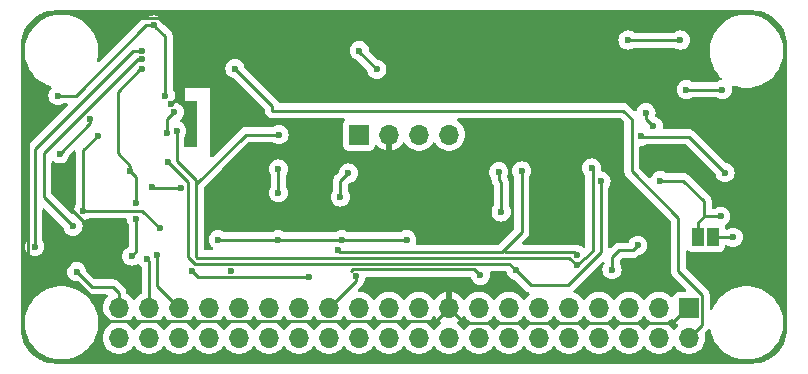
<source format=gbr>
%TF.GenerationSoftware,KiCad,Pcbnew,8.0.6*%
%TF.CreationDate,2024-11-19T00:52:39-05:00*%
%TF.ProjectId,tr109-sensorboard,74723130-392d-4736-956e-736f72626f61,4*%
%TF.SameCoordinates,Original*%
%TF.FileFunction,Copper,L2,Bot*%
%TF.FilePolarity,Positive*%
%FSLAX46Y46*%
G04 Gerber Fmt 4.6, Leading zero omitted, Abs format (unit mm)*
G04 Created by KiCad (PCBNEW 8.0.6) date 2024-11-19 00:52:39*
%MOMM*%
%LPD*%
G01*
G04 APERTURE LIST*
%TA.AperFunction,ComponentPad*%
%ADD10R,1.700000X1.700000*%
%TD*%
%TA.AperFunction,ComponentPad*%
%ADD11O,1.700000X1.700000*%
%TD*%
%TA.AperFunction,SMDPad,CuDef*%
%ADD12R,1.000000X1.500000*%
%TD*%
%TA.AperFunction,ViaPad*%
%ADD13C,0.600000*%
%TD*%
%TA.AperFunction,Conductor*%
%ADD14C,0.250000*%
%TD*%
G04 APERTURE END LIST*
D10*
%TO.P,J47,1,3V3*%
%TO.N,3.3V*%
X157184000Y-120590000D03*
D11*
%TO.P,J47,2,5V*%
%TO.N,5V*%
X157184000Y-123130000D03*
%TO.P,J47,3,SDA/GPIO2*%
%TO.N,SDA*%
X154644000Y-120590000D03*
%TO.P,J47,4,5V*%
%TO.N,5V*%
X154644000Y-123130000D03*
%TO.P,J47,5,SCL/GPIO3*%
%TO.N,SCK*%
X152104000Y-120590000D03*
%TO.P,J47,6,GND*%
%TO.N,GND*%
X152104000Y-123130000D03*
%TO.P,J47,7,GCLK0/GPIO4*%
%TO.N,unconnected-(J47-GCLK0{slash}GPIO4-Pad7)*%
X149564000Y-120590000D03*
%TO.P,J47,8,GPIO14/TXD*%
%TO.N,unconnected-(J47-GPIO14{slash}TXD-Pad8)*%
X149564000Y-123130000D03*
%TO.P,J47,9,GND*%
%TO.N,GND*%
X147024000Y-120590000D03*
%TO.P,J47,10,GPIO15/RXD*%
%TO.N,unconnected-(J47-GPIO15{slash}RXD-Pad10)*%
X147024000Y-123130000D03*
%TO.P,J47,11,GPIO17*%
%TO.N,unconnected-(J47-GPIO17-Pad11)*%
X144484000Y-120590000D03*
%TO.P,J47,12,GPIO18/PWM0*%
%TO.N,unconnected-(J47-GPIO18{slash}PWM0-Pad12)*%
X144484000Y-123130000D03*
%TO.P,J47,13,GPIO27*%
%TO.N,unconnected-(J47-GPIO27-Pad13)*%
X141944000Y-120590000D03*
%TO.P,J47,14,GND*%
%TO.N,GND*%
X141944000Y-123130000D03*
%TO.P,J47,15,GPIO22*%
%TO.N,unconnected-(J47-GPIO22-Pad15)*%
X139404000Y-120590000D03*
%TO.P,J47,16,GPIO23*%
%TO.N,unconnected-(J47-GPIO23-Pad16)*%
X139404000Y-123130000D03*
%TO.P,J47,17,3V3*%
%TO.N,3.3V*%
X136864000Y-120590000D03*
%TO.P,J47,18,GPIO24*%
%TO.N,unconnected-(J47-GPIO24-Pad18)*%
X136864000Y-123130000D03*
%TO.P,J47,19,MOSI0/GPIO10*%
%TO.N,unconnected-(J47-MOSI0{slash}GPIO10-Pad19)*%
X134324000Y-120590000D03*
%TO.P,J47,20,GND*%
%TO.N,GND*%
X134324000Y-123130000D03*
%TO.P,J47,21,MISO0/GPIO9*%
%TO.N,unconnected-(J47-MISO0{slash}GPIO9-Pad21)*%
X131784000Y-120590000D03*
%TO.P,J47,22,GPIO25*%
%TO.N,unconnected-(J47-GPIO25-Pad22)*%
X131784000Y-123130000D03*
%TO.P,J47,23,SCLK0/GPIO11*%
%TO.N,unconnected-(J47-SCLK0{slash}GPIO11-Pad23)*%
X129244000Y-120590000D03*
%TO.P,J47,24,~{CE0}/GPIO8*%
%TO.N,unconnected-(J47-~{CE0}{slash}GPIO8-Pad24)*%
X129244000Y-123130000D03*
%TO.P,J47,25,GND*%
%TO.N,GND*%
X126704000Y-120590000D03*
%TO.P,J47,26,~{CE1}/GPIO7*%
%TO.N,unconnected-(J47-~{CE1}{slash}GPIO7-Pad26)*%
X126704000Y-123130000D03*
%TO.P,J47,27,ID_SD/GPIO0*%
%TO.N,unconnected-(J47-ID_SD{slash}GPIO0-Pad27)*%
X124164000Y-120590000D03*
%TO.P,J47,28,ID_SC/GPIO1*%
%TO.N,unconnected-(J47-ID_SC{slash}GPIO1-Pad28)*%
X124164000Y-123130000D03*
%TO.P,J47,29,GCLK1/GPIO5*%
%TO.N,unconnected-(J47-GCLK1{slash}GPIO5-Pad29)*%
X121624000Y-120590000D03*
%TO.P,J47,30,GND*%
%TO.N,GND*%
X121624000Y-123130000D03*
%TO.P,J47,31,GCLK2/GPIO6*%
%TO.N,unconnected-(J47-GCLK2{slash}GPIO6-Pad31)*%
X119084000Y-120590000D03*
%TO.P,J47,32,PWM0/GPIO12*%
%TO.N,unconnected-(J47-PWM0{slash}GPIO12-Pad32)*%
X119084000Y-123130000D03*
%TO.P,J47,33,PWM1/GPIO13*%
%TO.N,unconnected-(J47-PWM1{slash}GPIO13-Pad33)*%
X116544000Y-120590000D03*
%TO.P,J47,34,GND*%
%TO.N,GND*%
X116544000Y-123130000D03*
%TO.P,J47,35,GPIO19/MISO1*%
%TO.N,Shift_Serial*%
X114004000Y-120590000D03*
%TO.P,J47,36,GPIO16*%
%TO.N,unconnected-(J47-GPIO16-Pad36)*%
X114004000Y-123130000D03*
%TO.P,J47,37,GPIO26*%
%TO.N,Shift_Clock*%
X111464000Y-120590000D03*
%TO.P,J47,38,GPIO20/MOSI1*%
%TO.N,unconnected-(J47-GPIO20{slash}MOSI1-Pad38)*%
X111464000Y-123130000D03*
%TO.P,J47,39,GND*%
%TO.N,GND*%
X108924000Y-120590000D03*
%TO.P,J47,40,GPIO21/SCLK1*%
%TO.N,Shift_Latch*%
X108924000Y-123130000D03*
%TD*%
D10*
%TO.P,J3,1,Pin_1*%
%TO.N,SDA*%
X129244000Y-105918000D03*
D11*
%TO.P,J3,2,Pin_2*%
%TO.N,3.3V*%
X131784000Y-105918000D03*
%TO.P,J3,3,Pin_3*%
%TO.N,GND*%
X134324000Y-105918000D03*
%TO.P,J3,4,Pin_4*%
%TO.N,SCK*%
X136864000Y-105918000D03*
%TD*%
D12*
%TO.P,JP1,1,1*%
%TO.N,Net-(U3-AD-SELECT)*%
X157934900Y-114592100D03*
%TO.P,JP1,2,2*%
%TO.N,GND*%
X159234900Y-114592100D03*
%TD*%
D13*
%TO.N,GND*%
X152019000Y-97916998D03*
X103759000Y-102616000D03*
X113000000Y-105800006D03*
X133270000Y-114820000D03*
X117335300Y-114808000D03*
X127787400Y-114808000D03*
X156972000Y-102108000D03*
X156464000Y-97917000D03*
X128993902Y-117894100D03*
X160934400Y-114617500D03*
X113612244Y-104027928D03*
X112833600Y-102616000D03*
X111887000Y-96647000D03*
X122402600Y-114808000D03*
X105333800Y-117525800D03*
X160020000Y-102108000D03*
%TO.N,SCK*%
X113073276Y-108261590D03*
X142544800Y-117424200D03*
X149733000Y-109855000D03*
%TO.N,SDA*%
X113800000Y-105600000D03*
X153543000Y-104070600D03*
X147726400Y-116992400D03*
X148939690Y-108750100D03*
X122482001Y-105918003D03*
X154178000Y-105225400D03*
%TO.N,Net-(D6-K)*%
X141280000Y-112470000D03*
X141070000Y-109060000D03*
%TO.N,BETA*%
X122428000Y-110845600D03*
X122428000Y-108839000D03*
%TO.N,ALPHA*%
X127660400Y-111211090D03*
X128345000Y-109177410D03*
%TO.N,3.3V*%
X113310215Y-103338797D03*
X163512500Y-111010700D03*
X149479000Y-105029000D03*
X155562300Y-103962200D03*
X154406600Y-96494600D03*
X158877000Y-118110000D03*
X149504400Y-101854000D03*
%TO.N,DELTA*%
X111759998Y-110363000D03*
X114206223Y-110406281D03*
%TO.N,Net-(D13-K)*%
X118389400Y-117430100D03*
%TO.N,Shift_Clock*%
X111302800Y-116420900D03*
%TO.N,Shift_Serial*%
X112179100Y-116103400D03*
%TO.N,5V*%
X110400000Y-111750000D03*
X109850011Y-108966585D03*
X110000000Y-116200000D03*
X110871000Y-100330000D03*
X110400000Y-113050000D03*
X118745000Y-100330000D03*
%TO.N,Net-(D14-K)*%
X139522200Y-117830600D03*
%TO.N,LED_ON*%
X105892600Y-112369600D03*
X147662900Y-116078000D03*
X107109260Y-106004360D03*
X112382300Y-113842800D03*
X125044200Y-118008400D03*
X127495300Y-115697000D03*
X143014700Y-108991400D03*
X115087400Y-117487700D03*
%TO.N,Net-(D15-K)*%
X152844500Y-115303300D03*
X150672800Y-117348000D03*
%TO.N,ANIM1*%
X110871006Y-99558403D03*
X105029000Y-113677700D03*
%TO.N,ANIM2*%
X101800000Y-115400000D03*
X129286002Y-98805998D03*
X110870994Y-98806000D03*
X130759200Y-100406200D03*
%TO.N,Net-(D18-K)*%
X106500563Y-104618423D03*
X103888540Y-107551220D03*
%TO.N,Net-(U3-AD-SELECT)*%
X159854900Y-112852200D03*
X154762200Y-109816900D03*
%TO.N,Net-(U3-INT)*%
X153085800Y-106070400D03*
X160235900Y-109156500D03*
%TD*%
D14*
%TO.N,GND*%
X128993902Y-118300098D02*
X128993902Y-117894100D01*
X122402600Y-114808000D02*
X117335300Y-114808000D01*
X160020000Y-102108000D02*
X156972000Y-102108000D01*
X103759000Y-102616000D02*
X105283000Y-102616000D01*
X111252000Y-96647000D02*
X111887000Y-96647000D01*
X108924000Y-120590000D02*
X108924000Y-119299900D01*
X160909000Y-114592100D02*
X160934400Y-114617500D01*
X108432600Y-118808500D02*
X106616500Y-118808500D01*
X133258000Y-114808000D02*
X133270000Y-114820000D01*
X113000000Y-104640172D02*
X113612244Y-104027928D01*
X127787400Y-114808000D02*
X133258000Y-114808000D01*
X152019002Y-97917000D02*
X152019000Y-97916998D01*
X112833600Y-97593600D02*
X112014000Y-96774000D01*
X159234900Y-114592100D02*
X160909000Y-114592100D01*
X106616500Y-118808500D02*
X105333800Y-117525800D01*
X156464000Y-97917000D02*
X152019002Y-97917000D01*
X105283000Y-102616000D02*
X111252000Y-96647000D01*
X127787400Y-114808000D02*
X122402600Y-114808000D01*
X113000000Y-105800006D02*
X113000000Y-104640172D01*
X108924000Y-119299900D02*
X108432600Y-118808500D01*
X112833600Y-102616000D02*
X112833600Y-97593600D01*
X126704000Y-120590000D02*
X128993902Y-118300098D01*
%TO.N,SCK*%
X142544800Y-117424200D02*
X141973300Y-116852700D01*
X115328700Y-116852700D02*
X114783624Y-116307624D01*
X142544800Y-117424200D02*
X143789400Y-118668800D01*
X149733000Y-115893186D02*
X149733000Y-110279264D01*
X141973300Y-116852700D02*
X115328700Y-116852700D01*
X114783624Y-116307624D02*
X114783624Y-109971938D01*
X146957386Y-118668800D02*
X149733000Y-115893186D01*
X114783624Y-109971938D02*
X113073276Y-108261590D01*
X149733000Y-110279264D02*
X149733000Y-109855000D01*
X143789400Y-118668800D02*
X146957386Y-118668800D01*
%TO.N,SDA*%
X115455700Y-110121700D02*
X119659397Y-105918003D01*
X115455700Y-110121700D02*
X115455700Y-109789468D01*
X119659397Y-105918003D02*
X122482001Y-105918003D01*
X149053990Y-115755614D02*
X149053990Y-108864400D01*
X115531002Y-116332000D02*
X147066000Y-116332000D01*
X147726400Y-116992400D02*
X149053990Y-115755614D01*
X115455700Y-116256698D02*
X115531002Y-116332000D01*
X149053990Y-108864400D02*
X148939690Y-108750100D01*
X115455700Y-109789468D02*
X113800000Y-108133768D01*
X113800000Y-108133768D02*
X113800000Y-105600000D01*
X147066000Y-116332000D02*
X147726400Y-116992400D01*
X153543000Y-104590400D02*
X154178000Y-105225400D01*
X153543000Y-104070600D02*
X153543000Y-104590400D01*
X115455700Y-110121700D02*
X115455700Y-116256698D01*
%TO.N,Net-(D6-K)*%
X141097000Y-109087000D02*
X141070000Y-109060000D01*
X141280000Y-112470000D02*
X141280000Y-109911000D01*
X141097000Y-109728000D02*
X141097000Y-109087000D01*
X141280000Y-109911000D02*
X141097000Y-109728000D01*
%TO.N,BETA*%
X122428000Y-108762800D02*
X122428000Y-110845600D01*
X122428000Y-108839000D02*
X122428000Y-108762800D01*
%TO.N,ALPHA*%
X127660400Y-109862010D02*
X128345000Y-109177410D01*
X127660400Y-111211090D02*
X127660400Y-109862010D01*
%TO.N,3.3V*%
X113800000Y-102849012D02*
X113310215Y-103338797D01*
X104468446Y-111800000D02*
X104200000Y-111800000D01*
X136864000Y-120590000D02*
X135736599Y-121717401D01*
X102200000Y-117400000D02*
X101200000Y-116400000D01*
X114200000Y-100800000D02*
X113800000Y-101200000D01*
X104200000Y-117400000D02*
X104800000Y-116800000D01*
X103600000Y-117400000D02*
X102200000Y-117400000D01*
X104800000Y-115400000D02*
X106000000Y-114200000D01*
X154406600Y-96494600D02*
X112694600Y-96494600D01*
X101200000Y-106600000D02*
X101400000Y-106400000D01*
X107279001Y-120279001D02*
X105400000Y-118400000D01*
X103600000Y-117400000D02*
X104200000Y-117400000D01*
X112694600Y-96494600D02*
X112269599Y-96069599D01*
X155740100Y-121856500D02*
X157006600Y-120590000D01*
X106000000Y-113331554D02*
X104468446Y-111800000D01*
X107279001Y-120879001D02*
X107279001Y-120279001D01*
X104800000Y-116800000D02*
X104800000Y-115400000D01*
X138130500Y-121856500D02*
X155740100Y-121856500D01*
X113800000Y-101200000D02*
X113800000Y-102849012D01*
X101200000Y-116400000D02*
X101200000Y-106600000D01*
X136864000Y-120590000D02*
X138130500Y-121856500D01*
X112269599Y-96069599D02*
X110730401Y-96069599D01*
X157006600Y-120590000D02*
X157184000Y-120590000D01*
X106000000Y-114200000D02*
X106000000Y-113331554D01*
X135736599Y-121717401D02*
X108117401Y-121717401D01*
X105400000Y-118400000D02*
X103600000Y-118400000D01*
X103600000Y-118400000D02*
X103600000Y-117400000D01*
X108117401Y-121717401D02*
X107279001Y-120879001D01*
%TO.N,DELTA*%
X111803279Y-110406281D02*
X111759998Y-110363000D01*
X114206223Y-110406281D02*
X111803279Y-110406281D01*
%TO.N,Shift_Clock*%
X111470000Y-120584000D02*
X111464000Y-120590000D01*
X111470000Y-116588100D02*
X111470000Y-120584000D01*
X111302800Y-116420900D02*
X111470000Y-116588100D01*
%TO.N,Shift_Serial*%
X112179100Y-118765100D02*
X114004000Y-120590000D01*
X112179100Y-116103400D02*
X112179100Y-118765100D01*
%TO.N,5V*%
X118745000Y-100330000D02*
X118745000Y-100330000D01*
X152342401Y-109035401D02*
X152342401Y-104590401D01*
X158311401Y-122002599D02*
X158311401Y-119518079D01*
X110400000Y-113050000D02*
X110400000Y-115800000D01*
X110744000Y-100330000D02*
X108800000Y-102274000D01*
X151638000Y-103886000D02*
X121920000Y-103886000D01*
X121920000Y-103886000D02*
X121920000Y-103505000D01*
X156268322Y-117475000D02*
X156268322Y-112961322D01*
X108800000Y-102274000D02*
X108800000Y-107492310D01*
X158311401Y-119518079D02*
X156268322Y-117475000D01*
X110400000Y-109516574D02*
X109850011Y-108966585D01*
X110400000Y-115800000D02*
X110000000Y-116200000D01*
X121920000Y-103505000D02*
X118745000Y-100330000D01*
X152342401Y-104590401D02*
X151638000Y-103886000D01*
X109850011Y-108542321D02*
X109850011Y-108966585D01*
X156268322Y-112961322D02*
X152342401Y-109035401D01*
X108800000Y-107492310D02*
X109850011Y-108542321D01*
X110400000Y-111750000D02*
X110400000Y-109516574D01*
X157184000Y-123130000D02*
X158311401Y-122002599D01*
%TO.N,Net-(D14-K)*%
X128716749Y-117316699D02*
X139008299Y-117316699D01*
X139008299Y-117316699D02*
X139522200Y-117830600D01*
X128603348Y-117430100D02*
X128716749Y-117316699D01*
%TO.N,LED_ON*%
X105892600Y-107221020D02*
X107109260Y-106004360D01*
X105892600Y-112369600D02*
X110909100Y-112369600D01*
X115087400Y-117487700D02*
X115608100Y-118008400D01*
X147459700Y-115874800D02*
X147662900Y-116078000D01*
X143014700Y-114198400D02*
X143014700Y-108991400D01*
X141351000Y-115862100D02*
X141516100Y-115697000D01*
X141516100Y-115697000D02*
X143014700Y-114198400D01*
X141516100Y-115697000D02*
X141693900Y-115874800D01*
X115608100Y-118008400D02*
X125044200Y-118008400D01*
X110909100Y-112369600D02*
X112382300Y-113842800D01*
X127495300Y-115697000D02*
X127660400Y-115862100D01*
X127660400Y-115862100D02*
X141351000Y-115862100D01*
X141693900Y-115874800D02*
X147459700Y-115874800D01*
X105892600Y-112369600D02*
X105892600Y-107221020D01*
%TO.N,Net-(D15-K)*%
X150672800Y-116306600D02*
X150672800Y-117348000D01*
X151257000Y-115722400D02*
X150672800Y-116306600D01*
X152844500Y-115303300D02*
X152425400Y-115722400D01*
X152425400Y-115722400D02*
X151257000Y-115722400D01*
%TO.N,ANIM1*%
X105029000Y-113677700D02*
X102561839Y-111210539D01*
X110499597Y-99558403D02*
X110871006Y-99558403D01*
X102561839Y-111210539D02*
X102561839Y-107496161D01*
X102561839Y-107496161D02*
X110499597Y-99558403D01*
%TO.N,ANIM2*%
X110870994Y-98806000D02*
X110109000Y-98806000D01*
X110109000Y-98806000D02*
X101800000Y-107115000D01*
X101800000Y-107115000D02*
X101800000Y-115400000D01*
X129286002Y-98933002D02*
X129286002Y-98805998D01*
X130759200Y-100406200D02*
X129286002Y-98933002D01*
%TO.N,Net-(D18-K)*%
X103888540Y-107551220D02*
X106500563Y-104939197D01*
X106500563Y-104939197D02*
X106500563Y-104618423D01*
%TO.N,Net-(U3-AD-SELECT)*%
X158457958Y-112852200D02*
X159854900Y-112852200D01*
X158457958Y-111556858D02*
X156718000Y-109816900D01*
X157934900Y-114592100D02*
X157934900Y-113375258D01*
X157934900Y-113375258D02*
X158457958Y-112852200D01*
X156718000Y-109816900D02*
X154762200Y-109816900D01*
X158457958Y-112852200D02*
X158457958Y-111556858D01*
%TO.N,Net-(U3-INT)*%
X157162500Y-106083100D02*
X153098500Y-106083100D01*
X160235900Y-109156500D02*
X157162500Y-106083100D01*
X153098500Y-106083100D02*
X153085800Y-106070400D01*
%TD*%
%TA.AperFunction,Conductor*%
%TO.N,3.3V*%
G36*
X110277225Y-121265669D02*
G01*
X110299480Y-121291353D01*
X110331149Y-121339825D01*
X110388275Y-121427265D01*
X110388279Y-121427270D01*
X110540762Y-121592908D01*
X110595331Y-121635381D01*
X110718424Y-121731189D01*
X110751153Y-121748901D01*
X110751680Y-121749186D01*
X110802071Y-121799200D01*
X110817423Y-121868516D01*
X110792862Y-121935129D01*
X110751680Y-121970813D01*
X110718426Y-121988810D01*
X110718424Y-121988811D01*
X110540762Y-122127091D01*
X110388279Y-122292729D01*
X110299483Y-122428643D01*
X110245479Y-122474731D01*
X110175131Y-122484306D01*
X110110774Y-122454329D01*
X110088517Y-122428643D01*
X109999720Y-122292729D01*
X109883570Y-122166559D01*
X109847240Y-122127094D01*
X109847239Y-122127093D01*
X109847237Y-122127091D01*
X109738497Y-122042455D01*
X109669576Y-121988811D01*
X109636319Y-121970813D01*
X109585929Y-121920802D01*
X109570576Y-121851485D01*
X109595136Y-121784872D01*
X109636320Y-121749186D01*
X109636847Y-121748901D01*
X109669576Y-121731189D01*
X109847240Y-121592906D01*
X109999722Y-121427268D01*
X109999927Y-121426955D01*
X110005115Y-121419012D01*
X110088518Y-121291354D01*
X110142520Y-121245268D01*
X110212868Y-121235692D01*
X110277225Y-121265669D01*
G37*
%TD.AperFunction*%
%TA.AperFunction,Conductor*%
G36*
X112817225Y-121265669D02*
G01*
X112839480Y-121291353D01*
X112871149Y-121339825D01*
X112928275Y-121427265D01*
X112928279Y-121427270D01*
X113080762Y-121592908D01*
X113135331Y-121635381D01*
X113258424Y-121731189D01*
X113291153Y-121748901D01*
X113291680Y-121749186D01*
X113342071Y-121799200D01*
X113357423Y-121868516D01*
X113332862Y-121935129D01*
X113291680Y-121970813D01*
X113258426Y-121988810D01*
X113258424Y-121988811D01*
X113080762Y-122127091D01*
X112928279Y-122292729D01*
X112839483Y-122428643D01*
X112785479Y-122474731D01*
X112715131Y-122484306D01*
X112650774Y-122454329D01*
X112628517Y-122428643D01*
X112539720Y-122292729D01*
X112423570Y-122166559D01*
X112387240Y-122127094D01*
X112387239Y-122127093D01*
X112387237Y-122127091D01*
X112278497Y-122042455D01*
X112209576Y-121988811D01*
X112176319Y-121970813D01*
X112125929Y-121920802D01*
X112110576Y-121851485D01*
X112135136Y-121784872D01*
X112176320Y-121749186D01*
X112176847Y-121748901D01*
X112209576Y-121731189D01*
X112387240Y-121592906D01*
X112539722Y-121427268D01*
X112539927Y-121426955D01*
X112545115Y-121419012D01*
X112628518Y-121291354D01*
X112682520Y-121245268D01*
X112752868Y-121235692D01*
X112817225Y-121265669D01*
G37*
%TD.AperFunction*%
%TA.AperFunction,Conductor*%
G36*
X115357225Y-121265669D02*
G01*
X115379480Y-121291353D01*
X115411149Y-121339825D01*
X115468275Y-121427265D01*
X115468279Y-121427270D01*
X115620762Y-121592908D01*
X115675331Y-121635381D01*
X115798424Y-121731189D01*
X115831153Y-121748901D01*
X115831680Y-121749186D01*
X115882071Y-121799200D01*
X115897423Y-121868516D01*
X115872862Y-121935129D01*
X115831680Y-121970813D01*
X115798426Y-121988810D01*
X115798424Y-121988811D01*
X115620762Y-122127091D01*
X115468279Y-122292729D01*
X115379483Y-122428643D01*
X115325479Y-122474731D01*
X115255131Y-122484306D01*
X115190774Y-122454329D01*
X115168517Y-122428643D01*
X115079720Y-122292729D01*
X114963570Y-122166559D01*
X114927240Y-122127094D01*
X114927239Y-122127093D01*
X114927237Y-122127091D01*
X114818497Y-122042455D01*
X114749576Y-121988811D01*
X114716319Y-121970813D01*
X114665929Y-121920802D01*
X114650576Y-121851485D01*
X114675136Y-121784872D01*
X114716320Y-121749186D01*
X114716847Y-121748901D01*
X114749576Y-121731189D01*
X114927240Y-121592906D01*
X115079722Y-121427268D01*
X115079927Y-121426955D01*
X115085115Y-121419012D01*
X115168518Y-121291354D01*
X115222520Y-121245268D01*
X115292868Y-121235692D01*
X115357225Y-121265669D01*
G37*
%TD.AperFunction*%
%TA.AperFunction,Conductor*%
G36*
X117897225Y-121265669D02*
G01*
X117919480Y-121291353D01*
X117951149Y-121339825D01*
X118008275Y-121427265D01*
X118008279Y-121427270D01*
X118160762Y-121592908D01*
X118215331Y-121635381D01*
X118338424Y-121731189D01*
X118371153Y-121748901D01*
X118371680Y-121749186D01*
X118422071Y-121799200D01*
X118437423Y-121868516D01*
X118412862Y-121935129D01*
X118371680Y-121970813D01*
X118338426Y-121988810D01*
X118338424Y-121988811D01*
X118160762Y-122127091D01*
X118008279Y-122292729D01*
X117919483Y-122428643D01*
X117865479Y-122474731D01*
X117795131Y-122484306D01*
X117730774Y-122454329D01*
X117708517Y-122428643D01*
X117619720Y-122292729D01*
X117503570Y-122166559D01*
X117467240Y-122127094D01*
X117467239Y-122127093D01*
X117467237Y-122127091D01*
X117358497Y-122042455D01*
X117289576Y-121988811D01*
X117256319Y-121970813D01*
X117205929Y-121920802D01*
X117190576Y-121851485D01*
X117215136Y-121784872D01*
X117256320Y-121749186D01*
X117256847Y-121748901D01*
X117289576Y-121731189D01*
X117467240Y-121592906D01*
X117619722Y-121427268D01*
X117619927Y-121426955D01*
X117625115Y-121419012D01*
X117708518Y-121291354D01*
X117762520Y-121245268D01*
X117832868Y-121235692D01*
X117897225Y-121265669D01*
G37*
%TD.AperFunction*%
%TA.AperFunction,Conductor*%
G36*
X120437225Y-121265669D02*
G01*
X120459480Y-121291353D01*
X120491149Y-121339825D01*
X120548275Y-121427265D01*
X120548279Y-121427270D01*
X120700762Y-121592908D01*
X120755331Y-121635381D01*
X120878424Y-121731189D01*
X120911153Y-121748901D01*
X120911680Y-121749186D01*
X120962071Y-121799200D01*
X120977423Y-121868516D01*
X120952862Y-121935129D01*
X120911680Y-121970813D01*
X120878426Y-121988810D01*
X120878424Y-121988811D01*
X120700762Y-122127091D01*
X120548279Y-122292729D01*
X120459483Y-122428643D01*
X120405479Y-122474731D01*
X120335131Y-122484306D01*
X120270774Y-122454329D01*
X120248517Y-122428643D01*
X120159720Y-122292729D01*
X120043570Y-122166559D01*
X120007240Y-122127094D01*
X120007239Y-122127093D01*
X120007237Y-122127091D01*
X119898497Y-122042455D01*
X119829576Y-121988811D01*
X119796319Y-121970813D01*
X119745929Y-121920802D01*
X119730576Y-121851485D01*
X119755136Y-121784872D01*
X119796320Y-121749186D01*
X119796847Y-121748901D01*
X119829576Y-121731189D01*
X120007240Y-121592906D01*
X120159722Y-121427268D01*
X120159927Y-121426955D01*
X120165115Y-121419012D01*
X120248518Y-121291354D01*
X120302520Y-121245268D01*
X120372868Y-121235692D01*
X120437225Y-121265669D01*
G37*
%TD.AperFunction*%
%TA.AperFunction,Conductor*%
G36*
X122977225Y-121265669D02*
G01*
X122999480Y-121291353D01*
X123031149Y-121339825D01*
X123088275Y-121427265D01*
X123088279Y-121427270D01*
X123240762Y-121592908D01*
X123295331Y-121635381D01*
X123418424Y-121731189D01*
X123451153Y-121748901D01*
X123451680Y-121749186D01*
X123502071Y-121799200D01*
X123517423Y-121868516D01*
X123492862Y-121935129D01*
X123451680Y-121970813D01*
X123418426Y-121988810D01*
X123418424Y-121988811D01*
X123240762Y-122127091D01*
X123088279Y-122292729D01*
X122999483Y-122428643D01*
X122945479Y-122474731D01*
X122875131Y-122484306D01*
X122810774Y-122454329D01*
X122788517Y-122428643D01*
X122699720Y-122292729D01*
X122583570Y-122166559D01*
X122547240Y-122127094D01*
X122547239Y-122127093D01*
X122547237Y-122127091D01*
X122438497Y-122042455D01*
X122369576Y-121988811D01*
X122336319Y-121970813D01*
X122285929Y-121920802D01*
X122270576Y-121851485D01*
X122295136Y-121784872D01*
X122336320Y-121749186D01*
X122336847Y-121748901D01*
X122369576Y-121731189D01*
X122547240Y-121592906D01*
X122699722Y-121427268D01*
X122699927Y-121426955D01*
X122705115Y-121419012D01*
X122788518Y-121291354D01*
X122842520Y-121245268D01*
X122912868Y-121235692D01*
X122977225Y-121265669D01*
G37*
%TD.AperFunction*%
%TA.AperFunction,Conductor*%
G36*
X125517225Y-121265669D02*
G01*
X125539480Y-121291353D01*
X125571149Y-121339825D01*
X125628275Y-121427265D01*
X125628279Y-121427270D01*
X125780762Y-121592908D01*
X125835331Y-121635381D01*
X125958424Y-121731189D01*
X125991153Y-121748901D01*
X125991680Y-121749186D01*
X126042071Y-121799200D01*
X126057423Y-121868516D01*
X126032862Y-121935129D01*
X125991680Y-121970813D01*
X125958426Y-121988810D01*
X125958424Y-121988811D01*
X125780762Y-122127091D01*
X125628279Y-122292729D01*
X125539483Y-122428643D01*
X125485479Y-122474731D01*
X125415131Y-122484306D01*
X125350774Y-122454329D01*
X125328517Y-122428643D01*
X125239720Y-122292729D01*
X125123570Y-122166559D01*
X125087240Y-122127094D01*
X125087239Y-122127093D01*
X125087237Y-122127091D01*
X124978497Y-122042455D01*
X124909576Y-121988811D01*
X124876319Y-121970813D01*
X124825929Y-121920802D01*
X124810576Y-121851485D01*
X124835136Y-121784872D01*
X124876320Y-121749186D01*
X124876847Y-121748901D01*
X124909576Y-121731189D01*
X125087240Y-121592906D01*
X125239722Y-121427268D01*
X125239927Y-121426955D01*
X125245115Y-121419012D01*
X125328518Y-121291354D01*
X125382520Y-121245268D01*
X125452868Y-121235692D01*
X125517225Y-121265669D01*
G37*
%TD.AperFunction*%
%TA.AperFunction,Conductor*%
G36*
X128057225Y-121265669D02*
G01*
X128079480Y-121291353D01*
X128111149Y-121339825D01*
X128168275Y-121427265D01*
X128168279Y-121427270D01*
X128320762Y-121592908D01*
X128375331Y-121635381D01*
X128498424Y-121731189D01*
X128531153Y-121748901D01*
X128531680Y-121749186D01*
X128582071Y-121799200D01*
X128597423Y-121868516D01*
X128572862Y-121935129D01*
X128531680Y-121970813D01*
X128498426Y-121988810D01*
X128498424Y-121988811D01*
X128320762Y-122127091D01*
X128168279Y-122292729D01*
X128079483Y-122428643D01*
X128025479Y-122474731D01*
X127955131Y-122484306D01*
X127890774Y-122454329D01*
X127868517Y-122428643D01*
X127779720Y-122292729D01*
X127663570Y-122166559D01*
X127627240Y-122127094D01*
X127627239Y-122127093D01*
X127627237Y-122127091D01*
X127518497Y-122042455D01*
X127449576Y-121988811D01*
X127416319Y-121970813D01*
X127365929Y-121920802D01*
X127350576Y-121851485D01*
X127375136Y-121784872D01*
X127416320Y-121749186D01*
X127416847Y-121748901D01*
X127449576Y-121731189D01*
X127627240Y-121592906D01*
X127779722Y-121427268D01*
X127779927Y-121426955D01*
X127785115Y-121419012D01*
X127868518Y-121291354D01*
X127922520Y-121245268D01*
X127992868Y-121235692D01*
X128057225Y-121265669D01*
G37*
%TD.AperFunction*%
%TA.AperFunction,Conductor*%
G36*
X130597225Y-121265669D02*
G01*
X130619480Y-121291353D01*
X130651149Y-121339825D01*
X130708275Y-121427265D01*
X130708279Y-121427270D01*
X130860762Y-121592908D01*
X130915331Y-121635381D01*
X131038424Y-121731189D01*
X131071153Y-121748901D01*
X131071680Y-121749186D01*
X131122071Y-121799200D01*
X131137423Y-121868516D01*
X131112862Y-121935129D01*
X131071680Y-121970813D01*
X131038426Y-121988810D01*
X131038424Y-121988811D01*
X130860762Y-122127091D01*
X130708279Y-122292729D01*
X130619483Y-122428643D01*
X130565479Y-122474731D01*
X130495131Y-122484306D01*
X130430774Y-122454329D01*
X130408517Y-122428643D01*
X130319720Y-122292729D01*
X130203570Y-122166559D01*
X130167240Y-122127094D01*
X130167239Y-122127093D01*
X130167237Y-122127091D01*
X130058497Y-122042455D01*
X129989576Y-121988811D01*
X129956319Y-121970813D01*
X129905929Y-121920802D01*
X129890576Y-121851485D01*
X129915136Y-121784872D01*
X129956320Y-121749186D01*
X129956847Y-121748901D01*
X129989576Y-121731189D01*
X130167240Y-121592906D01*
X130319722Y-121427268D01*
X130319927Y-121426955D01*
X130325115Y-121419012D01*
X130408518Y-121291354D01*
X130462520Y-121245268D01*
X130532868Y-121235692D01*
X130597225Y-121265669D01*
G37*
%TD.AperFunction*%
%TA.AperFunction,Conductor*%
G36*
X133137225Y-121265669D02*
G01*
X133159480Y-121291353D01*
X133191149Y-121339825D01*
X133248275Y-121427265D01*
X133248279Y-121427270D01*
X133400762Y-121592908D01*
X133455331Y-121635381D01*
X133578424Y-121731189D01*
X133611153Y-121748901D01*
X133611680Y-121749186D01*
X133662071Y-121799200D01*
X133677423Y-121868516D01*
X133652862Y-121935129D01*
X133611680Y-121970813D01*
X133578426Y-121988810D01*
X133578424Y-121988811D01*
X133400762Y-122127091D01*
X133248279Y-122292729D01*
X133159483Y-122428643D01*
X133105479Y-122474731D01*
X133035131Y-122484306D01*
X132970774Y-122454329D01*
X132948517Y-122428643D01*
X132859720Y-122292729D01*
X132743570Y-122166559D01*
X132707240Y-122127094D01*
X132707239Y-122127093D01*
X132707237Y-122127091D01*
X132598497Y-122042455D01*
X132529576Y-121988811D01*
X132496319Y-121970813D01*
X132445929Y-121920802D01*
X132430576Y-121851485D01*
X132455136Y-121784872D01*
X132496320Y-121749186D01*
X132496847Y-121748901D01*
X132529576Y-121731189D01*
X132707240Y-121592906D01*
X132859722Y-121427268D01*
X132859927Y-121426955D01*
X132865115Y-121419012D01*
X132948518Y-121291354D01*
X133002520Y-121245268D01*
X133072868Y-121235692D01*
X133137225Y-121265669D01*
G37*
%TD.AperFunction*%
%TA.AperFunction,Conductor*%
G36*
X135677524Y-121265212D02*
G01*
X135699782Y-121290898D01*
X135788674Y-121426958D01*
X135941097Y-121592534D01*
X136118698Y-121730767D01*
X136118704Y-121730771D01*
X136152207Y-121748902D01*
X136202597Y-121798915D01*
X136217949Y-121868232D01*
X136193388Y-121934845D01*
X136152207Y-121970528D01*
X136118430Y-121988807D01*
X136118424Y-121988811D01*
X135940762Y-122127091D01*
X135788279Y-122292729D01*
X135699483Y-122428643D01*
X135645479Y-122474731D01*
X135575131Y-122484306D01*
X135510774Y-122454329D01*
X135488517Y-122428643D01*
X135399720Y-122292729D01*
X135283570Y-122166559D01*
X135247240Y-122127094D01*
X135247239Y-122127093D01*
X135247237Y-122127091D01*
X135138497Y-122042455D01*
X135069576Y-121988811D01*
X135036319Y-121970813D01*
X134985929Y-121920802D01*
X134970576Y-121851485D01*
X134995136Y-121784872D01*
X135036320Y-121749186D01*
X135036847Y-121748901D01*
X135069576Y-121731189D01*
X135247240Y-121592906D01*
X135399722Y-121427268D01*
X135399927Y-121426955D01*
X135456851Y-121339825D01*
X135488816Y-121290898D01*
X135542819Y-121244810D01*
X135613167Y-121235235D01*
X135677524Y-121265212D01*
G37*
%TD.AperFunction*%
%TA.AperFunction,Conductor*%
G36*
X138216925Y-121265212D02*
G01*
X138239183Y-121290898D01*
X138328279Y-121427270D01*
X138480762Y-121592908D01*
X138535331Y-121635381D01*
X138658424Y-121731189D01*
X138691153Y-121748901D01*
X138691680Y-121749186D01*
X138742071Y-121799200D01*
X138757423Y-121868516D01*
X138732862Y-121935129D01*
X138691680Y-121970813D01*
X138658426Y-121988810D01*
X138658424Y-121988811D01*
X138480762Y-122127091D01*
X138328279Y-122292729D01*
X138239483Y-122428643D01*
X138185479Y-122474731D01*
X138115131Y-122484306D01*
X138050774Y-122454329D01*
X138028517Y-122428643D01*
X137939720Y-122292729D01*
X137823570Y-122166559D01*
X137787240Y-122127094D01*
X137787239Y-122127093D01*
X137787237Y-122127091D01*
X137678497Y-122042455D01*
X137609576Y-121988811D01*
X137575792Y-121970528D01*
X137525402Y-121920516D01*
X137510050Y-121851199D01*
X137534610Y-121784586D01*
X137575793Y-121748901D01*
X137609300Y-121730767D01*
X137609301Y-121730767D01*
X137786902Y-121592534D01*
X137939327Y-121426955D01*
X138028217Y-121290899D01*
X138082220Y-121244810D01*
X138152568Y-121235235D01*
X138216925Y-121265212D01*
G37*
%TD.AperFunction*%
%TA.AperFunction,Conductor*%
G36*
X140757225Y-121265669D02*
G01*
X140779480Y-121291353D01*
X140811149Y-121339825D01*
X140868275Y-121427265D01*
X140868279Y-121427270D01*
X141020762Y-121592908D01*
X141075331Y-121635381D01*
X141198424Y-121731189D01*
X141231153Y-121748901D01*
X141231680Y-121749186D01*
X141282071Y-121799200D01*
X141297423Y-121868516D01*
X141272862Y-121935129D01*
X141231680Y-121970813D01*
X141198426Y-121988810D01*
X141198424Y-121988811D01*
X141020762Y-122127091D01*
X140868279Y-122292729D01*
X140779483Y-122428643D01*
X140725479Y-122474731D01*
X140655131Y-122484306D01*
X140590774Y-122454329D01*
X140568517Y-122428643D01*
X140479720Y-122292729D01*
X140363570Y-122166559D01*
X140327240Y-122127094D01*
X140327239Y-122127093D01*
X140327237Y-122127091D01*
X140218497Y-122042455D01*
X140149576Y-121988811D01*
X140116319Y-121970813D01*
X140065929Y-121920802D01*
X140050576Y-121851485D01*
X140075136Y-121784872D01*
X140116320Y-121749186D01*
X140116847Y-121748901D01*
X140149576Y-121731189D01*
X140327240Y-121592906D01*
X140479722Y-121427268D01*
X140479927Y-121426955D01*
X140485115Y-121419012D01*
X140568518Y-121291354D01*
X140622520Y-121245268D01*
X140692868Y-121235692D01*
X140757225Y-121265669D01*
G37*
%TD.AperFunction*%
%TA.AperFunction,Conductor*%
G36*
X143297225Y-121265669D02*
G01*
X143319480Y-121291353D01*
X143351149Y-121339825D01*
X143408275Y-121427265D01*
X143408279Y-121427270D01*
X143560762Y-121592908D01*
X143615331Y-121635381D01*
X143738424Y-121731189D01*
X143771153Y-121748901D01*
X143771680Y-121749186D01*
X143822071Y-121799200D01*
X143837423Y-121868516D01*
X143812862Y-121935129D01*
X143771680Y-121970813D01*
X143738426Y-121988810D01*
X143738424Y-121988811D01*
X143560762Y-122127091D01*
X143408279Y-122292729D01*
X143319483Y-122428643D01*
X143265479Y-122474731D01*
X143195131Y-122484306D01*
X143130774Y-122454329D01*
X143108517Y-122428643D01*
X143019720Y-122292729D01*
X142903570Y-122166559D01*
X142867240Y-122127094D01*
X142867239Y-122127093D01*
X142867237Y-122127091D01*
X142758497Y-122042455D01*
X142689576Y-121988811D01*
X142656319Y-121970813D01*
X142605929Y-121920802D01*
X142590576Y-121851485D01*
X142615136Y-121784872D01*
X142656320Y-121749186D01*
X142656847Y-121748901D01*
X142689576Y-121731189D01*
X142867240Y-121592906D01*
X143019722Y-121427268D01*
X143019927Y-121426955D01*
X143025115Y-121419012D01*
X143108518Y-121291354D01*
X143162520Y-121245268D01*
X143232868Y-121235692D01*
X143297225Y-121265669D01*
G37*
%TD.AperFunction*%
%TA.AperFunction,Conductor*%
G36*
X145837225Y-121265669D02*
G01*
X145859480Y-121291353D01*
X145891149Y-121339825D01*
X145948275Y-121427265D01*
X145948279Y-121427270D01*
X146100762Y-121592908D01*
X146155331Y-121635381D01*
X146278424Y-121731189D01*
X146311153Y-121748901D01*
X146311680Y-121749186D01*
X146362071Y-121799200D01*
X146377423Y-121868516D01*
X146352862Y-121935129D01*
X146311680Y-121970813D01*
X146278426Y-121988810D01*
X146278424Y-121988811D01*
X146100762Y-122127091D01*
X145948279Y-122292729D01*
X145859483Y-122428643D01*
X145805479Y-122474731D01*
X145735131Y-122484306D01*
X145670774Y-122454329D01*
X145648517Y-122428643D01*
X145559720Y-122292729D01*
X145443570Y-122166559D01*
X145407240Y-122127094D01*
X145407239Y-122127093D01*
X145407237Y-122127091D01*
X145298497Y-122042455D01*
X145229576Y-121988811D01*
X145196319Y-121970813D01*
X145145929Y-121920802D01*
X145130576Y-121851485D01*
X145155136Y-121784872D01*
X145196320Y-121749186D01*
X145196847Y-121748901D01*
X145229576Y-121731189D01*
X145407240Y-121592906D01*
X145559722Y-121427268D01*
X145559927Y-121426955D01*
X145565115Y-121419012D01*
X145648518Y-121291354D01*
X145702520Y-121245268D01*
X145772868Y-121235692D01*
X145837225Y-121265669D01*
G37*
%TD.AperFunction*%
%TA.AperFunction,Conductor*%
G36*
X148377225Y-121265669D02*
G01*
X148399480Y-121291353D01*
X148431149Y-121339825D01*
X148488275Y-121427265D01*
X148488279Y-121427270D01*
X148640762Y-121592908D01*
X148695331Y-121635381D01*
X148818424Y-121731189D01*
X148851153Y-121748901D01*
X148851680Y-121749186D01*
X148902071Y-121799200D01*
X148917423Y-121868516D01*
X148892862Y-121935129D01*
X148851680Y-121970813D01*
X148818426Y-121988810D01*
X148818424Y-121988811D01*
X148640762Y-122127091D01*
X148488279Y-122292729D01*
X148399483Y-122428643D01*
X148345479Y-122474731D01*
X148275131Y-122484306D01*
X148210774Y-122454329D01*
X148188517Y-122428643D01*
X148099720Y-122292729D01*
X147983570Y-122166559D01*
X147947240Y-122127094D01*
X147947239Y-122127093D01*
X147947237Y-122127091D01*
X147838497Y-122042455D01*
X147769576Y-121988811D01*
X147736319Y-121970813D01*
X147685929Y-121920802D01*
X147670576Y-121851485D01*
X147695136Y-121784872D01*
X147736320Y-121749186D01*
X147736847Y-121748901D01*
X147769576Y-121731189D01*
X147947240Y-121592906D01*
X148099722Y-121427268D01*
X148099927Y-121426955D01*
X148105115Y-121419012D01*
X148188518Y-121291354D01*
X148242520Y-121245268D01*
X148312868Y-121235692D01*
X148377225Y-121265669D01*
G37*
%TD.AperFunction*%
%TA.AperFunction,Conductor*%
G36*
X150917225Y-121265669D02*
G01*
X150939480Y-121291353D01*
X150971149Y-121339825D01*
X151028275Y-121427265D01*
X151028279Y-121427270D01*
X151180762Y-121592908D01*
X151235331Y-121635381D01*
X151358424Y-121731189D01*
X151391153Y-121748901D01*
X151391680Y-121749186D01*
X151442071Y-121799200D01*
X151457423Y-121868516D01*
X151432862Y-121935129D01*
X151391680Y-121970813D01*
X151358426Y-121988810D01*
X151358424Y-121988811D01*
X151180762Y-122127091D01*
X151028279Y-122292729D01*
X150939483Y-122428643D01*
X150885479Y-122474731D01*
X150815131Y-122484306D01*
X150750774Y-122454329D01*
X150728517Y-122428643D01*
X150639720Y-122292729D01*
X150523570Y-122166559D01*
X150487240Y-122127094D01*
X150487239Y-122127093D01*
X150487237Y-122127091D01*
X150378497Y-122042455D01*
X150309576Y-121988811D01*
X150276319Y-121970813D01*
X150225929Y-121920802D01*
X150210576Y-121851485D01*
X150235136Y-121784872D01*
X150276320Y-121749186D01*
X150276847Y-121748901D01*
X150309576Y-121731189D01*
X150487240Y-121592906D01*
X150639722Y-121427268D01*
X150639927Y-121426955D01*
X150645115Y-121419012D01*
X150728518Y-121291354D01*
X150782520Y-121245268D01*
X150852868Y-121235692D01*
X150917225Y-121265669D01*
G37*
%TD.AperFunction*%
%TA.AperFunction,Conductor*%
G36*
X153457225Y-121265669D02*
G01*
X153479480Y-121291353D01*
X153511149Y-121339825D01*
X153568275Y-121427265D01*
X153568279Y-121427270D01*
X153720762Y-121592908D01*
X153775331Y-121635381D01*
X153898424Y-121731189D01*
X153931153Y-121748901D01*
X153931680Y-121749186D01*
X153982071Y-121799200D01*
X153997423Y-121868516D01*
X153972862Y-121935129D01*
X153931680Y-121970813D01*
X153898426Y-121988810D01*
X153898424Y-121988811D01*
X153720762Y-122127091D01*
X153568279Y-122292729D01*
X153479483Y-122428643D01*
X153425479Y-122474731D01*
X153355131Y-122484306D01*
X153290774Y-122454329D01*
X153268517Y-122428643D01*
X153179720Y-122292729D01*
X153063570Y-122166559D01*
X153027240Y-122127094D01*
X153027239Y-122127093D01*
X153027237Y-122127091D01*
X152918497Y-122042455D01*
X152849576Y-121988811D01*
X152816319Y-121970813D01*
X152765929Y-121920802D01*
X152750576Y-121851485D01*
X152775136Y-121784872D01*
X152816320Y-121749186D01*
X152816847Y-121748901D01*
X152849576Y-121731189D01*
X153027240Y-121592906D01*
X153179722Y-121427268D01*
X153179927Y-121426955D01*
X153185115Y-121419012D01*
X153268518Y-121291354D01*
X153322520Y-121245268D01*
X153392868Y-121235692D01*
X153457225Y-121265669D01*
G37*
%TD.AperFunction*%
%TA.AperFunction,Conductor*%
G36*
X155760441Y-121491787D02*
G01*
X155818986Y-121531949D01*
X155839380Y-121567529D01*
X155883553Y-121685961D01*
X155883555Y-121685965D01*
X155971095Y-121802904D01*
X156088034Y-121890444D01*
X156203172Y-121933388D01*
X156260008Y-121975935D01*
X156284819Y-122042455D01*
X156269728Y-122111829D01*
X156251841Y-122136782D01*
X156108280Y-122292729D01*
X156108279Y-122292729D01*
X156019483Y-122428643D01*
X155965479Y-122474731D01*
X155895131Y-122484306D01*
X155830774Y-122454329D01*
X155808517Y-122428643D01*
X155719720Y-122292729D01*
X155603570Y-122166559D01*
X155567240Y-122127094D01*
X155567239Y-122127093D01*
X155567237Y-122127091D01*
X155458497Y-122042455D01*
X155389576Y-121988811D01*
X155356319Y-121970813D01*
X155305929Y-121920802D01*
X155290576Y-121851485D01*
X155315136Y-121784872D01*
X155356320Y-121749186D01*
X155356847Y-121748901D01*
X155389576Y-121731189D01*
X155567240Y-121592906D01*
X155628626Y-121526222D01*
X155689476Y-121489654D01*
X155760441Y-121491787D01*
G37*
%TD.AperFunction*%
%TA.AperFunction,Conductor*%
G36*
X141693690Y-117506202D02*
G01*
X141740183Y-117559858D01*
X141750776Y-117598088D01*
X141751582Y-117605239D01*
X141751584Y-117605252D01*
X141811757Y-117777215D01*
X141811758Y-117777218D01*
X141908687Y-117931479D01*
X141908688Y-117931481D01*
X142037518Y-118060311D01*
X142037520Y-118060312D01*
X142191781Y-118157241D01*
X142191782Y-118157241D01*
X142191785Y-118157243D01*
X142363753Y-118217417D01*
X142408250Y-118222430D01*
X142473702Y-118249932D01*
X142483239Y-118258543D01*
X143297329Y-119072633D01*
X143385567Y-119160871D01*
X143489325Y-119230200D01*
X143581922Y-119268555D01*
X143604612Y-119277954D01*
X143604613Y-119277954D01*
X143604615Y-119277955D01*
X143615759Y-119280171D01*
X143678668Y-119313078D01*
X143713800Y-119374773D01*
X143710000Y-119445668D01*
X143668569Y-119503181D01*
X143560763Y-119587090D01*
X143408279Y-119752729D01*
X143319483Y-119888643D01*
X143265479Y-119934731D01*
X143195131Y-119944306D01*
X143130774Y-119914329D01*
X143108517Y-119888643D01*
X143019720Y-119752729D01*
X142890600Y-119612470D01*
X142867240Y-119587094D01*
X142867239Y-119587093D01*
X142867237Y-119587091D01*
X142747684Y-119494039D01*
X142689576Y-119448811D01*
X142491574Y-119341658D01*
X142491572Y-119341657D01*
X142491571Y-119341656D01*
X142278639Y-119268557D01*
X142278630Y-119268555D01*
X142201029Y-119255606D01*
X142056569Y-119231500D01*
X141831431Y-119231500D01*
X141686971Y-119255606D01*
X141609369Y-119268555D01*
X141609360Y-119268557D01*
X141396428Y-119341656D01*
X141396426Y-119341658D01*
X141255996Y-119417655D01*
X141198426Y-119448810D01*
X141198424Y-119448811D01*
X141020762Y-119587091D01*
X140868279Y-119752729D01*
X140779483Y-119888643D01*
X140725479Y-119934731D01*
X140655131Y-119944306D01*
X140590774Y-119914329D01*
X140568517Y-119888643D01*
X140479720Y-119752729D01*
X140350600Y-119612470D01*
X140327240Y-119587094D01*
X140327239Y-119587093D01*
X140327237Y-119587091D01*
X140207684Y-119494039D01*
X140149576Y-119448811D01*
X139951574Y-119341658D01*
X139951572Y-119341657D01*
X139951571Y-119341656D01*
X139738639Y-119268557D01*
X139738630Y-119268555D01*
X139661029Y-119255606D01*
X139516569Y-119231500D01*
X139291431Y-119231500D01*
X139146971Y-119255606D01*
X139069369Y-119268555D01*
X139069360Y-119268557D01*
X138856428Y-119341656D01*
X138856426Y-119341658D01*
X138715996Y-119417655D01*
X138658426Y-119448810D01*
X138658424Y-119448811D01*
X138480762Y-119587091D01*
X138328279Y-119752729D01*
X138239183Y-119889101D01*
X138185179Y-119935189D01*
X138114831Y-119944764D01*
X138050474Y-119914786D01*
X138028217Y-119889100D01*
X137939327Y-119753044D01*
X137786902Y-119587465D01*
X137609301Y-119449232D01*
X137609300Y-119449231D01*
X137411371Y-119342117D01*
X137411369Y-119342116D01*
X137198512Y-119269043D01*
X137198501Y-119269040D01*
X137118000Y-119255606D01*
X137118000Y-120159297D01*
X137056993Y-120124075D01*
X136929826Y-120090000D01*
X136798174Y-120090000D01*
X136671007Y-120124075D01*
X136610000Y-120159297D01*
X136610000Y-119255607D01*
X136609999Y-119255606D01*
X136529498Y-119269040D01*
X136529487Y-119269043D01*
X136316630Y-119342116D01*
X136316628Y-119342117D01*
X136118699Y-119449231D01*
X136118698Y-119449232D01*
X135941097Y-119587465D01*
X135788670Y-119753045D01*
X135699780Y-119889101D01*
X135645776Y-119935189D01*
X135575428Y-119944764D01*
X135511071Y-119914786D01*
X135488816Y-119889101D01*
X135417853Y-119780483D01*
X135399724Y-119752734D01*
X135399720Y-119752729D01*
X135270600Y-119612470D01*
X135247240Y-119587094D01*
X135247239Y-119587093D01*
X135247237Y-119587091D01*
X135127684Y-119494039D01*
X135069576Y-119448811D01*
X134871574Y-119341658D01*
X134871572Y-119341657D01*
X134871571Y-119341656D01*
X134658639Y-119268557D01*
X134658630Y-119268555D01*
X134581029Y-119255606D01*
X134436569Y-119231500D01*
X134211431Y-119231500D01*
X134066971Y-119255606D01*
X133989369Y-119268555D01*
X133989360Y-119268557D01*
X133776428Y-119341656D01*
X133776426Y-119341658D01*
X133635996Y-119417655D01*
X133578426Y-119448810D01*
X133578424Y-119448811D01*
X133400762Y-119587091D01*
X133248279Y-119752729D01*
X133159483Y-119888643D01*
X133105479Y-119934731D01*
X133035131Y-119944306D01*
X132970774Y-119914329D01*
X132948517Y-119888643D01*
X132859720Y-119752729D01*
X132730600Y-119612470D01*
X132707240Y-119587094D01*
X132707239Y-119587093D01*
X132707237Y-119587091D01*
X132587684Y-119494039D01*
X132529576Y-119448811D01*
X132331574Y-119341658D01*
X132331572Y-119341657D01*
X132331571Y-119341656D01*
X132118639Y-119268557D01*
X132118630Y-119268555D01*
X132041029Y-119255606D01*
X131896569Y-119231500D01*
X131671431Y-119231500D01*
X131526971Y-119255606D01*
X131449369Y-119268555D01*
X131449360Y-119268557D01*
X131236428Y-119341656D01*
X131236426Y-119341658D01*
X131095996Y-119417655D01*
X131038426Y-119448810D01*
X131038424Y-119448811D01*
X130860762Y-119587091D01*
X130708279Y-119752729D01*
X130619483Y-119888643D01*
X130565479Y-119934731D01*
X130495131Y-119944306D01*
X130430774Y-119914329D01*
X130408517Y-119888643D01*
X130319720Y-119752729D01*
X130190600Y-119612470D01*
X130167240Y-119587094D01*
X130167239Y-119587093D01*
X130167237Y-119587091D01*
X130047684Y-119494039D01*
X129989576Y-119448811D01*
X129791574Y-119341658D01*
X129791572Y-119341657D01*
X129791571Y-119341656D01*
X129578639Y-119268557D01*
X129578630Y-119268555D01*
X129501029Y-119255606D01*
X129356569Y-119231500D01*
X129262594Y-119231500D01*
X129194473Y-119211498D01*
X129147980Y-119157842D01*
X129137876Y-119087568D01*
X129167370Y-119022988D01*
X129173499Y-119016404D01*
X129198912Y-118990991D01*
X129485973Y-118703931D01*
X129555302Y-118600173D01*
X129557127Y-118595767D01*
X129603057Y-118484883D01*
X129610341Y-118448258D01*
X129627233Y-118405804D01*
X129630010Y-118401383D01*
X129630013Y-118401381D01*
X129726945Y-118247115D01*
X129787119Y-118075147D01*
X129788590Y-118062093D01*
X129816093Y-117996640D01*
X129874616Y-117956446D01*
X129913798Y-117950199D01*
X138618080Y-117950199D01*
X138686201Y-117970201D01*
X138732694Y-118023857D01*
X138737009Y-118034584D01*
X138789157Y-118183615D01*
X138789158Y-118183618D01*
X138886087Y-118337879D01*
X138886088Y-118337881D01*
X139014918Y-118466711D01*
X139014920Y-118466712D01*
X139169181Y-118563641D01*
X139169182Y-118563641D01*
X139169185Y-118563643D01*
X139341153Y-118623817D01*
X139522200Y-118644216D01*
X139703247Y-118623817D01*
X139875215Y-118563643D01*
X140029481Y-118466711D01*
X140158311Y-118337881D01*
X140255243Y-118183615D01*
X140315417Y-118011647D01*
X140335816Y-117830600D01*
X140315417Y-117649553D01*
X140315413Y-117649544D01*
X140313842Y-117642654D01*
X140316311Y-117642090D01*
X140313286Y-117582922D01*
X140348569Y-117521314D01*
X140411559Y-117488561D01*
X140435837Y-117486200D01*
X141625569Y-117486200D01*
X141693690Y-117506202D01*
G37*
%TD.AperFunction*%
%TA.AperFunction,Conductor*%
G36*
X105177133Y-107262697D02*
G01*
X105233968Y-107305244D01*
X105258779Y-107371764D01*
X105259100Y-107380753D01*
X105259100Y-111821862D01*
X105239787Y-111888898D01*
X105159558Y-112016581D01*
X105159557Y-112016584D01*
X105106687Y-112167680D01*
X105099383Y-112188553D01*
X105078984Y-112369600D01*
X105093584Y-112499181D01*
X105097355Y-112532644D01*
X105085106Y-112602576D01*
X105036993Y-112654784D01*
X104968292Y-112672693D01*
X104900815Y-112650616D01*
X104883052Y-112635847D01*
X103232244Y-110985039D01*
X103198218Y-110922727D01*
X103195339Y-110895944D01*
X103195339Y-108298490D01*
X103215341Y-108230369D01*
X103268997Y-108183876D01*
X103339271Y-108173772D01*
X103388375Y-108191803D01*
X103499441Y-108261590D01*
X103535525Y-108284263D01*
X103707493Y-108344437D01*
X103888540Y-108364836D01*
X104069587Y-108344437D01*
X104241555Y-108284263D01*
X104395821Y-108187331D01*
X104524651Y-108058501D01*
X104621583Y-107904235D01*
X104681757Y-107732267D01*
X104686770Y-107687768D01*
X104714272Y-107622316D01*
X104722864Y-107612798D01*
X105044007Y-107291655D01*
X105106317Y-107257632D01*
X105177133Y-107262697D01*
G37*
%TD.AperFunction*%
%TA.AperFunction,Conductor*%
G36*
X162557525Y-95410697D02*
G01*
X162877176Y-95428649D01*
X162891212Y-95430230D01*
X163203357Y-95483266D01*
X163217115Y-95486406D01*
X163521362Y-95574058D01*
X163534696Y-95578724D01*
X163827202Y-95699884D01*
X163839933Y-95706015D01*
X164117032Y-95859162D01*
X164128996Y-95866679D01*
X164387213Y-96049894D01*
X164398260Y-96058704D01*
X164634334Y-96269674D01*
X164644325Y-96279665D01*
X164855295Y-96515739D01*
X164864105Y-96526786D01*
X165047320Y-96785003D01*
X165054837Y-96796967D01*
X165207984Y-97074066D01*
X165214115Y-97086797D01*
X165335275Y-97379303D01*
X165339942Y-97392640D01*
X165427591Y-97696876D01*
X165430735Y-97710651D01*
X165483768Y-98022785D01*
X165485350Y-98036826D01*
X165503302Y-98356474D01*
X165503500Y-98363539D01*
X165503500Y-122356460D01*
X165503302Y-122363525D01*
X165485350Y-122683173D01*
X165483768Y-122697214D01*
X165430735Y-123009348D01*
X165427591Y-123023123D01*
X165339942Y-123327359D01*
X165335275Y-123340696D01*
X165214115Y-123633202D01*
X165207984Y-123645933D01*
X165054837Y-123923032D01*
X165047320Y-123934996D01*
X164864105Y-124193213D01*
X164855295Y-124204260D01*
X164644325Y-124440334D01*
X164634334Y-124450325D01*
X164398260Y-124661295D01*
X164387213Y-124670105D01*
X164128996Y-124853320D01*
X164117032Y-124860837D01*
X163839933Y-125013984D01*
X163827202Y-125020115D01*
X163534696Y-125141275D01*
X163521359Y-125145942D01*
X163217123Y-125233591D01*
X163203348Y-125236735D01*
X162891214Y-125289768D01*
X162877173Y-125291350D01*
X162557526Y-125309302D01*
X162550461Y-125309500D01*
X103557539Y-125309500D01*
X103550474Y-125309302D01*
X103230826Y-125291350D01*
X103216785Y-125289768D01*
X102904651Y-125236735D01*
X102890876Y-125233591D01*
X102586640Y-125145942D01*
X102573303Y-125141275D01*
X102280797Y-125020115D01*
X102268066Y-125013984D01*
X101990967Y-124860837D01*
X101979003Y-124853320D01*
X101720786Y-124670105D01*
X101709739Y-124661295D01*
X101473665Y-124450325D01*
X101463674Y-124440334D01*
X101252704Y-124204260D01*
X101243894Y-124193213D01*
X101060679Y-123934996D01*
X101053162Y-123923032D01*
X100900015Y-123645933D01*
X100893884Y-123633202D01*
X100781605Y-123362137D01*
X100772723Y-123340694D01*
X100768057Y-123327359D01*
X100687687Y-123048388D01*
X100680406Y-123023115D01*
X100677266Y-123009357D01*
X100624230Y-122697212D01*
X100622649Y-122683173D01*
X100604698Y-122363525D01*
X100604500Y-122356460D01*
X100604500Y-121685878D01*
X100953500Y-121685878D01*
X100953500Y-122034121D01*
X100992491Y-122380174D01*
X101015552Y-122481209D01*
X101069982Y-122719681D01*
X101069984Y-122719687D01*
X101069983Y-122719687D01*
X101184991Y-123048361D01*
X101185002Y-123048388D01*
X101336091Y-123362128D01*
X101336096Y-123362137D01*
X101521372Y-123657000D01*
X101521375Y-123657004D01*
X101738489Y-123929259D01*
X101984740Y-124175510D01*
X102256995Y-124392624D01*
X102257003Y-124392630D01*
X102551867Y-124577906D01*
X102865621Y-124729002D01*
X102865637Y-124729007D01*
X102865638Y-124729008D01*
X103194312Y-124844016D01*
X103194315Y-124844016D01*
X103194319Y-124844018D01*
X103533829Y-124921509D01*
X103779210Y-124949157D01*
X103879878Y-124960500D01*
X103879880Y-124960500D01*
X104228122Y-124960500D01*
X104316006Y-124950597D01*
X104574171Y-124921509D01*
X104913681Y-124844018D01*
X105242379Y-124729002D01*
X105556133Y-124577906D01*
X105850997Y-124392630D01*
X106003281Y-124271188D01*
X106123259Y-124175510D01*
X106369510Y-123929259D01*
X106586624Y-123657004D01*
X106586630Y-123656997D01*
X106771906Y-123362133D01*
X106923002Y-123048379D01*
X107038018Y-122719681D01*
X107115509Y-122380171D01*
X107154500Y-122034120D01*
X107154500Y-121685880D01*
X107115509Y-121339829D01*
X107038018Y-121000319D01*
X106923419Y-120672814D01*
X106923008Y-120671638D01*
X106923007Y-120671637D01*
X106923002Y-120671621D01*
X106771906Y-120357867D01*
X106586630Y-120063003D01*
X106586624Y-120062995D01*
X106369510Y-119790740D01*
X106123262Y-119544492D01*
X106114620Y-119537601D01*
X106073831Y-119479491D01*
X106073812Y-119479049D01*
X106033132Y-119470200D01*
X106014958Y-119458123D01*
X105851004Y-119327375D01*
X105851000Y-119327372D01*
X105837994Y-119319200D01*
X105790815Y-119289555D01*
X105556137Y-119142096D01*
X105556128Y-119142091D01*
X105242388Y-118991002D01*
X105242383Y-118991000D01*
X105242379Y-118990998D01*
X105242373Y-118990995D01*
X105242361Y-118990991D01*
X104913687Y-118875983D01*
X104574174Y-118798491D01*
X104228122Y-118759500D01*
X104228120Y-118759500D01*
X103879880Y-118759500D01*
X103879878Y-118759500D01*
X103533825Y-118798491D01*
X103194312Y-118875983D01*
X102865638Y-118990991D01*
X102865611Y-118991002D01*
X102551871Y-119142091D01*
X102551862Y-119142096D01*
X102256999Y-119327372D01*
X102256995Y-119327375D01*
X101984740Y-119544489D01*
X101738489Y-119790740D01*
X101521375Y-120062995D01*
X101521372Y-120062999D01*
X101336096Y-120357862D01*
X101336091Y-120357871D01*
X101185002Y-120671611D01*
X101184991Y-120671638D01*
X101069983Y-121000312D01*
X100992491Y-121339825D01*
X100953500Y-121685878D01*
X100604500Y-121685878D01*
X100604500Y-98685878D01*
X100953500Y-98685878D01*
X100953500Y-99034121D01*
X100992491Y-99380174D01*
X101006628Y-99442109D01*
X101069982Y-99719681D01*
X101069984Y-99719687D01*
X101069983Y-99719687D01*
X101184991Y-100048361D01*
X101185002Y-100048388D01*
X101336091Y-100362128D01*
X101336096Y-100362137D01*
X101521372Y-100657000D01*
X101521375Y-100657004D01*
X101738489Y-100929259D01*
X101984740Y-101175510D01*
X102256995Y-101392624D01*
X102257003Y-101392630D01*
X102551867Y-101577906D01*
X102865621Y-101729002D01*
X102865637Y-101729007D01*
X102865638Y-101729008D01*
X103148216Y-101827886D01*
X103205908Y-101869264D01*
X103232070Y-101935264D01*
X103218397Y-102004932D01*
X103195697Y-102035910D01*
X103122886Y-102108721D01*
X103025958Y-102262981D01*
X103025957Y-102262984D01*
X103016838Y-102289047D01*
X102965783Y-102434953D01*
X102945384Y-102616000D01*
X102965783Y-102797047D01*
X102965783Y-102797049D01*
X102965784Y-102797050D01*
X103025957Y-102969015D01*
X103025958Y-102969018D01*
X103122887Y-103123279D01*
X103122888Y-103123281D01*
X103251718Y-103252111D01*
X103251720Y-103252112D01*
X103405981Y-103349041D01*
X103405982Y-103349041D01*
X103405985Y-103349043D01*
X103577953Y-103409217D01*
X103759000Y-103429616D01*
X103940047Y-103409217D01*
X104112015Y-103349043D01*
X104215271Y-103284163D01*
X104239701Y-103268813D01*
X104306737Y-103249500D01*
X104465406Y-103249500D01*
X104533527Y-103269502D01*
X104580020Y-103323158D01*
X104590124Y-103393432D01*
X104560630Y-103458012D01*
X104554501Y-103464595D01*
X101307931Y-106711164D01*
X101307926Y-106711171D01*
X101239372Y-106813770D01*
X101238600Y-106814925D01*
X101237886Y-106816649D01*
X101190846Y-106930212D01*
X101166500Y-107052603D01*
X101166500Y-114852262D01*
X101147187Y-114919298D01*
X101066958Y-115046981D01*
X101066957Y-115046984D01*
X101011691Y-115204928D01*
X101006783Y-115218953D01*
X100986384Y-115400000D01*
X101006783Y-115581047D01*
X101006783Y-115581049D01*
X101006784Y-115581050D01*
X101066957Y-115753015D01*
X101066958Y-115753018D01*
X101163887Y-115907279D01*
X101163888Y-115907281D01*
X101292718Y-116036111D01*
X101292720Y-116036112D01*
X101446981Y-116133041D01*
X101446982Y-116133041D01*
X101446985Y-116133043D01*
X101618953Y-116193217D01*
X101800000Y-116213616D01*
X101981047Y-116193217D01*
X102153015Y-116133043D01*
X102307281Y-116036111D01*
X102436111Y-115907281D01*
X102533043Y-115753015D01*
X102593217Y-115581047D01*
X102613616Y-115400000D01*
X102593217Y-115218953D01*
X102533043Y-115046985D01*
X102533041Y-115046982D01*
X102533041Y-115046981D01*
X102452813Y-114919298D01*
X102433500Y-114852262D01*
X102433500Y-112282294D01*
X102453502Y-112214173D01*
X102507158Y-112167680D01*
X102577432Y-112157576D01*
X102642012Y-112187070D01*
X102648593Y-112193197D01*
X103426820Y-112971425D01*
X104194655Y-113739260D01*
X104228681Y-113801572D01*
X104230767Y-113814243D01*
X104235782Y-113858739D01*
X104235784Y-113858752D01*
X104295957Y-114030715D01*
X104295958Y-114030718D01*
X104392887Y-114184979D01*
X104392888Y-114184981D01*
X104521718Y-114313811D01*
X104521720Y-114313812D01*
X104675981Y-114410741D01*
X104675982Y-114410741D01*
X104675985Y-114410743D01*
X104847953Y-114470917D01*
X105029000Y-114491316D01*
X105210047Y-114470917D01*
X105382015Y-114410743D01*
X105536281Y-114313811D01*
X105665111Y-114184981D01*
X105762043Y-114030715D01*
X105822217Y-113858747D01*
X105842616Y-113677700D01*
X105822217Y-113496653D01*
X105771192Y-113350831D01*
X105767573Y-113279927D01*
X105802862Y-113218321D01*
X105865855Y-113185575D01*
X105890121Y-113183216D01*
X105892597Y-113183216D01*
X105892598Y-113183215D01*
X105892600Y-113183216D01*
X106073647Y-113162817D01*
X106245615Y-113102643D01*
X106330058Y-113049584D01*
X106373301Y-113022413D01*
X106440337Y-113003100D01*
X109468499Y-113003100D01*
X109536620Y-113023102D01*
X109583113Y-113076758D01*
X109593706Y-113114990D01*
X109606783Y-113231047D01*
X109623887Y-113279927D01*
X109666957Y-113403015D01*
X109666958Y-113403017D01*
X109747187Y-113530701D01*
X109766500Y-113597737D01*
X109766500Y-115335735D01*
X109746498Y-115403856D01*
X109692842Y-115450349D01*
X109682116Y-115454664D01*
X109646982Y-115466958D01*
X109646981Y-115466958D01*
X109492720Y-115563887D01*
X109492718Y-115563888D01*
X109363888Y-115692718D01*
X109363887Y-115692720D01*
X109266958Y-115846981D01*
X109266957Y-115846984D01*
X109234616Y-115939412D01*
X109206783Y-116018953D01*
X109186384Y-116200000D01*
X109206783Y-116381047D01*
X109206783Y-116381049D01*
X109206784Y-116381050D01*
X109266957Y-116553015D01*
X109266958Y-116553018D01*
X109363887Y-116707279D01*
X109363888Y-116707281D01*
X109492718Y-116836111D01*
X109492720Y-116836112D01*
X109646981Y-116933041D01*
X109646982Y-116933041D01*
X109646985Y-116933043D01*
X109818953Y-116993217D01*
X110000000Y-117013616D01*
X110181047Y-116993217D01*
X110353015Y-116933043D01*
X110473406Y-116857395D01*
X110541723Y-116838091D01*
X110609636Y-116858786D01*
X110647126Y-116897048D01*
X110666687Y-116928179D01*
X110666688Y-116928181D01*
X110799595Y-117061088D01*
X110833621Y-117123400D01*
X110836500Y-117150183D01*
X110836500Y-119309831D01*
X110816498Y-119377952D01*
X110770471Y-119420644D01*
X110718426Y-119448810D01*
X110718424Y-119448811D01*
X110540762Y-119587091D01*
X110388279Y-119752729D01*
X110299483Y-119888643D01*
X110245479Y-119934731D01*
X110175131Y-119944306D01*
X110110774Y-119914329D01*
X110088517Y-119888643D01*
X109999720Y-119752729D01*
X109870600Y-119612470D01*
X109847240Y-119587094D01*
X109847239Y-119587093D01*
X109847237Y-119587091D01*
X109727684Y-119494039D01*
X109669576Y-119448811D01*
X109641620Y-119433681D01*
X109623529Y-119423891D01*
X109573139Y-119373877D01*
X109557500Y-119313078D01*
X109557500Y-119237507D01*
X109557499Y-119237503D01*
X109557260Y-119236300D01*
X109533155Y-119115115D01*
X109532794Y-119114243D01*
X109512470Y-119065176D01*
X109512469Y-119065175D01*
X109485401Y-118999825D01*
X109416072Y-118896067D01*
X108836433Y-118316429D01*
X108732675Y-118247100D01*
X108617385Y-118199345D01*
X108538305Y-118183615D01*
X108494996Y-118175000D01*
X108494994Y-118175000D01*
X106931095Y-118175000D01*
X106862974Y-118154998D01*
X106842000Y-118138095D01*
X106168143Y-117464238D01*
X106134117Y-117401926D01*
X106132032Y-117389264D01*
X106127017Y-117344753D01*
X106066843Y-117172785D01*
X106066841Y-117172782D01*
X106066841Y-117172781D01*
X105969912Y-117018520D01*
X105969911Y-117018518D01*
X105841081Y-116889688D01*
X105841079Y-116889687D01*
X105686818Y-116792758D01*
X105686815Y-116792757D01*
X105514850Y-116732584D01*
X105514849Y-116732583D01*
X105514847Y-116732583D01*
X105333800Y-116712184D01*
X105152753Y-116732583D01*
X105152750Y-116732583D01*
X105152749Y-116732584D01*
X104980784Y-116792757D01*
X104980781Y-116792758D01*
X104826520Y-116889687D01*
X104826518Y-116889688D01*
X104697688Y-117018518D01*
X104697687Y-117018520D01*
X104600758Y-117172781D01*
X104600757Y-117172784D01*
X104553915Y-117306653D01*
X104540583Y-117344753D01*
X104520184Y-117525800D01*
X104540583Y-117706847D01*
X104540583Y-117706849D01*
X104540584Y-117706850D01*
X104600757Y-117878815D01*
X104600758Y-117878818D01*
X104697687Y-118033079D01*
X104697688Y-118033081D01*
X104826518Y-118161911D01*
X104826520Y-118161912D01*
X104980781Y-118258841D01*
X104980782Y-118258841D01*
X104980785Y-118258843D01*
X105152753Y-118319017D01*
X105197253Y-118324030D01*
X105262704Y-118351534D01*
X105272238Y-118360143D01*
X106182612Y-119270517D01*
X106209196Y-119319200D01*
X106240799Y-119322435D01*
X106263179Y-119334324D01*
X106316421Y-119369899D01*
X106316423Y-119369900D01*
X106316425Y-119369901D01*
X106385712Y-119398600D01*
X106431715Y-119417655D01*
X106554106Y-119442000D01*
X106678894Y-119442000D01*
X107847076Y-119442000D01*
X107915197Y-119462002D01*
X107961690Y-119515658D01*
X107971794Y-119585932D01*
X107942300Y-119650512D01*
X107939777Y-119653338D01*
X107848280Y-119752729D01*
X107848275Y-119752734D01*
X107725141Y-119941206D01*
X107634703Y-120147386D01*
X107634702Y-120147387D01*
X107579437Y-120365624D01*
X107579436Y-120365630D01*
X107579436Y-120365632D01*
X107560844Y-120590000D01*
X107577095Y-120786121D01*
X107579437Y-120814375D01*
X107634702Y-121032612D01*
X107634703Y-121032613D01*
X107725141Y-121238793D01*
X107848275Y-121427265D01*
X107848279Y-121427270D01*
X108000762Y-121592908D01*
X108055331Y-121635381D01*
X108178424Y-121731189D01*
X108211153Y-121748901D01*
X108211680Y-121749186D01*
X108262071Y-121799200D01*
X108277423Y-121868516D01*
X108252862Y-121935129D01*
X108211680Y-121970813D01*
X108178426Y-121988810D01*
X108178424Y-121988811D01*
X108000762Y-122127091D01*
X107848279Y-122292729D01*
X107848275Y-122292734D01*
X107725141Y-122481206D01*
X107634703Y-122687386D01*
X107634702Y-122687387D01*
X107579437Y-122905624D01*
X107579437Y-122905627D01*
X107579436Y-122905632D01*
X107560844Y-123130000D01*
X107577761Y-123334158D01*
X107579437Y-123354375D01*
X107634702Y-123572612D01*
X107634703Y-123572613D01*
X107634704Y-123572616D01*
X107664147Y-123639740D01*
X107725141Y-123778793D01*
X107848275Y-123967265D01*
X107848279Y-123967270D01*
X108000762Y-124132908D01*
X108055331Y-124175381D01*
X108178424Y-124271189D01*
X108376426Y-124378342D01*
X108376427Y-124378342D01*
X108376428Y-124378343D01*
X108488227Y-124416723D01*
X108589365Y-124451444D01*
X108811431Y-124488500D01*
X108811435Y-124488500D01*
X109036565Y-124488500D01*
X109036569Y-124488500D01*
X109258635Y-124451444D01*
X109471574Y-124378342D01*
X109669576Y-124271189D01*
X109847240Y-124132906D01*
X109999722Y-123967268D01*
X110088518Y-123831354D01*
X110142520Y-123785268D01*
X110212868Y-123775692D01*
X110277225Y-123805669D01*
X110299480Y-123831353D01*
X110332607Y-123882058D01*
X110388275Y-123967265D01*
X110388279Y-123967270D01*
X110540762Y-124132908D01*
X110595331Y-124175381D01*
X110718424Y-124271189D01*
X110916426Y-124378342D01*
X110916427Y-124378342D01*
X110916428Y-124378343D01*
X111028227Y-124416723D01*
X111129365Y-124451444D01*
X111351431Y-124488500D01*
X111351435Y-124488500D01*
X111576565Y-124488500D01*
X111576569Y-124488500D01*
X111798635Y-124451444D01*
X112011574Y-124378342D01*
X112209576Y-124271189D01*
X112387240Y-124132906D01*
X112539722Y-123967268D01*
X112628518Y-123831354D01*
X112682520Y-123785268D01*
X112752868Y-123775692D01*
X112817225Y-123805669D01*
X112839480Y-123831353D01*
X112872607Y-123882058D01*
X112928275Y-123967265D01*
X112928279Y-123967270D01*
X113080762Y-124132908D01*
X113135331Y-124175381D01*
X113258424Y-124271189D01*
X113456426Y-124378342D01*
X113456427Y-124378342D01*
X113456428Y-124378343D01*
X113568227Y-124416723D01*
X113669365Y-124451444D01*
X113891431Y-124488500D01*
X113891435Y-124488500D01*
X114116565Y-124488500D01*
X114116569Y-124488500D01*
X114338635Y-124451444D01*
X114551574Y-124378342D01*
X114749576Y-124271189D01*
X114927240Y-124132906D01*
X115079722Y-123967268D01*
X115168518Y-123831354D01*
X115222520Y-123785268D01*
X115292868Y-123775692D01*
X115357225Y-123805669D01*
X115379480Y-123831353D01*
X115412607Y-123882058D01*
X115468275Y-123967265D01*
X115468279Y-123967270D01*
X115620762Y-124132908D01*
X115675331Y-124175381D01*
X115798424Y-124271189D01*
X115996426Y-124378342D01*
X115996427Y-124378342D01*
X115996428Y-124378343D01*
X116108227Y-124416723D01*
X116209365Y-124451444D01*
X116431431Y-124488500D01*
X116431435Y-124488500D01*
X116656565Y-124488500D01*
X116656569Y-124488500D01*
X116878635Y-124451444D01*
X117091574Y-124378342D01*
X117289576Y-124271189D01*
X117467240Y-124132906D01*
X117619722Y-123967268D01*
X117708518Y-123831354D01*
X117762520Y-123785268D01*
X117832868Y-123775692D01*
X117897225Y-123805669D01*
X117919480Y-123831353D01*
X117952607Y-123882058D01*
X118008275Y-123967265D01*
X118008279Y-123967270D01*
X118160762Y-124132908D01*
X118215331Y-124175381D01*
X118338424Y-124271189D01*
X118536426Y-124378342D01*
X118536427Y-124378342D01*
X118536428Y-124378343D01*
X118648227Y-124416723D01*
X118749365Y-124451444D01*
X118971431Y-124488500D01*
X118971435Y-124488500D01*
X119196565Y-124488500D01*
X119196569Y-124488500D01*
X119418635Y-124451444D01*
X119631574Y-124378342D01*
X119829576Y-124271189D01*
X120007240Y-124132906D01*
X120159722Y-123967268D01*
X120248518Y-123831354D01*
X120302520Y-123785268D01*
X120372868Y-123775692D01*
X120437225Y-123805669D01*
X120459480Y-123831353D01*
X120492607Y-123882058D01*
X120548275Y-123967265D01*
X120548279Y-123967270D01*
X120700762Y-124132908D01*
X120755331Y-124175381D01*
X120878424Y-124271189D01*
X121076426Y-124378342D01*
X121076427Y-124378342D01*
X121076428Y-124378343D01*
X121188227Y-124416723D01*
X121289365Y-124451444D01*
X121511431Y-124488500D01*
X121511435Y-124488500D01*
X121736565Y-124488500D01*
X121736569Y-124488500D01*
X121958635Y-124451444D01*
X122171574Y-124378342D01*
X122369576Y-124271189D01*
X122547240Y-124132906D01*
X122699722Y-123967268D01*
X122788518Y-123831354D01*
X122842520Y-123785268D01*
X122912868Y-123775692D01*
X122977225Y-123805669D01*
X122999480Y-123831353D01*
X123032607Y-123882058D01*
X123088275Y-123967265D01*
X123088279Y-123967270D01*
X123240762Y-124132908D01*
X123295331Y-124175381D01*
X123418424Y-124271189D01*
X123616426Y-124378342D01*
X123616427Y-124378342D01*
X123616428Y-124378343D01*
X123728227Y-124416723D01*
X123829365Y-124451444D01*
X124051431Y-124488500D01*
X124051435Y-124488500D01*
X124276565Y-124488500D01*
X124276569Y-124488500D01*
X124498635Y-124451444D01*
X124711574Y-124378342D01*
X124909576Y-124271189D01*
X125087240Y-124132906D01*
X125239722Y-123967268D01*
X125328518Y-123831354D01*
X125382520Y-123785268D01*
X125452868Y-123775692D01*
X125517225Y-123805669D01*
X125539480Y-123831353D01*
X125572607Y-123882058D01*
X125628275Y-123967265D01*
X125628279Y-123967270D01*
X125780762Y-124132908D01*
X125835331Y-124175381D01*
X125958424Y-124271189D01*
X126156426Y-124378342D01*
X126156427Y-124378342D01*
X126156428Y-124378343D01*
X126268227Y-124416723D01*
X126369365Y-124451444D01*
X126591431Y-124488500D01*
X126591435Y-124488500D01*
X126816565Y-124488500D01*
X126816569Y-124488500D01*
X127038635Y-124451444D01*
X127251574Y-124378342D01*
X127449576Y-124271189D01*
X127627240Y-124132906D01*
X127779722Y-123967268D01*
X127868518Y-123831354D01*
X127922520Y-123785268D01*
X127992868Y-123775692D01*
X128057225Y-123805669D01*
X128079480Y-123831353D01*
X128112607Y-123882058D01*
X128168275Y-123967265D01*
X128168279Y-123967270D01*
X128320762Y-124132908D01*
X128375331Y-124175381D01*
X128498424Y-124271189D01*
X128696426Y-124378342D01*
X128696427Y-124378342D01*
X128696428Y-124378343D01*
X128808227Y-124416723D01*
X128909365Y-124451444D01*
X129131431Y-124488500D01*
X129131435Y-124488500D01*
X129356565Y-124488500D01*
X129356569Y-124488500D01*
X129578635Y-124451444D01*
X129791574Y-124378342D01*
X129989576Y-124271189D01*
X130167240Y-124132906D01*
X130319722Y-123967268D01*
X130408518Y-123831354D01*
X130462520Y-123785268D01*
X130532868Y-123775692D01*
X130597225Y-123805669D01*
X130619480Y-123831353D01*
X130652607Y-123882058D01*
X130708275Y-123967265D01*
X130708279Y-123967270D01*
X130860762Y-124132908D01*
X130915331Y-124175381D01*
X131038424Y-124271189D01*
X131236426Y-124378342D01*
X131236427Y-124378342D01*
X131236428Y-124378343D01*
X131348227Y-124416723D01*
X131449365Y-124451444D01*
X131671431Y-124488500D01*
X131671435Y-124488500D01*
X131896565Y-124488500D01*
X131896569Y-124488500D01*
X132118635Y-124451444D01*
X132331574Y-124378342D01*
X132529576Y-124271189D01*
X132707240Y-124132906D01*
X132859722Y-123967268D01*
X132948518Y-123831354D01*
X133002520Y-123785268D01*
X133072868Y-123775692D01*
X133137225Y-123805669D01*
X133159480Y-123831353D01*
X133192607Y-123882058D01*
X133248275Y-123967265D01*
X133248279Y-123967270D01*
X133400762Y-124132908D01*
X133455331Y-124175381D01*
X133578424Y-124271189D01*
X133776426Y-124378342D01*
X133776427Y-124378342D01*
X133776428Y-124378343D01*
X133888227Y-124416723D01*
X133989365Y-124451444D01*
X134211431Y-124488500D01*
X134211435Y-124488500D01*
X134436565Y-124488500D01*
X134436569Y-124488500D01*
X134658635Y-124451444D01*
X134871574Y-124378342D01*
X135069576Y-124271189D01*
X135247240Y-124132906D01*
X135399722Y-123967268D01*
X135488518Y-123831354D01*
X135542520Y-123785268D01*
X135612868Y-123775692D01*
X135677225Y-123805669D01*
X135699480Y-123831353D01*
X135732607Y-123882058D01*
X135788275Y-123967265D01*
X135788279Y-123967270D01*
X135940762Y-124132908D01*
X135995331Y-124175381D01*
X136118424Y-124271189D01*
X136316426Y-124378342D01*
X136316427Y-124378342D01*
X136316428Y-124378343D01*
X136428227Y-124416723D01*
X136529365Y-124451444D01*
X136751431Y-124488500D01*
X136751435Y-124488500D01*
X136976565Y-124488500D01*
X136976569Y-124488500D01*
X137198635Y-124451444D01*
X137411574Y-124378342D01*
X137609576Y-124271189D01*
X137787240Y-124132906D01*
X137939722Y-123967268D01*
X138028518Y-123831354D01*
X138082520Y-123785268D01*
X138152868Y-123775692D01*
X138217225Y-123805669D01*
X138239480Y-123831353D01*
X138272607Y-123882058D01*
X138328275Y-123967265D01*
X138328279Y-123967270D01*
X138480762Y-124132908D01*
X138535331Y-124175381D01*
X138658424Y-124271189D01*
X138856426Y-124378342D01*
X138856427Y-124378342D01*
X138856428Y-124378343D01*
X138968227Y-124416723D01*
X139069365Y-124451444D01*
X139291431Y-124488500D01*
X139291435Y-124488500D01*
X139516565Y-124488500D01*
X139516569Y-124488500D01*
X139738635Y-124451444D01*
X139951574Y-124378342D01*
X140149576Y-124271189D01*
X140327240Y-124132906D01*
X140479722Y-123967268D01*
X140568518Y-123831354D01*
X140622520Y-123785268D01*
X140692868Y-123775692D01*
X140757225Y-123805669D01*
X140779480Y-123831353D01*
X140812607Y-123882058D01*
X140868275Y-123967265D01*
X140868279Y-123967270D01*
X141020762Y-124132908D01*
X141075331Y-124175381D01*
X141198424Y-124271189D01*
X141396426Y-124378342D01*
X141396427Y-124378342D01*
X141396428Y-124378343D01*
X141508227Y-124416723D01*
X141609365Y-124451444D01*
X141831431Y-124488500D01*
X141831435Y-124488500D01*
X142056565Y-124488500D01*
X142056569Y-124488500D01*
X142278635Y-124451444D01*
X142491574Y-124378342D01*
X142689576Y-124271189D01*
X142867240Y-124132906D01*
X143019722Y-123967268D01*
X143108518Y-123831354D01*
X143162520Y-123785268D01*
X143232868Y-123775692D01*
X143297225Y-123805669D01*
X143319480Y-123831353D01*
X143352607Y-123882058D01*
X143408275Y-123967265D01*
X143408279Y-123967270D01*
X143560762Y-124132908D01*
X143615331Y-124175381D01*
X143738424Y-124271189D01*
X143936426Y-124378342D01*
X143936427Y-124378342D01*
X143936428Y-124378343D01*
X144048227Y-124416723D01*
X144149365Y-124451444D01*
X144371431Y-124488500D01*
X144371435Y-124488500D01*
X144596565Y-124488500D01*
X144596569Y-124488500D01*
X144818635Y-124451444D01*
X145031574Y-124378342D01*
X145229576Y-124271189D01*
X145407240Y-124132906D01*
X145559722Y-123967268D01*
X145648518Y-123831354D01*
X145702520Y-123785268D01*
X145772868Y-123775692D01*
X145837225Y-123805669D01*
X145859480Y-123831353D01*
X145892607Y-123882058D01*
X145948275Y-123967265D01*
X145948279Y-123967270D01*
X146100762Y-124132908D01*
X146155331Y-124175381D01*
X146278424Y-124271189D01*
X146476426Y-124378342D01*
X146476427Y-124378342D01*
X146476428Y-124378343D01*
X146588227Y-124416723D01*
X146689365Y-124451444D01*
X146911431Y-124488500D01*
X146911435Y-124488500D01*
X147136565Y-124488500D01*
X147136569Y-124488500D01*
X147358635Y-124451444D01*
X147571574Y-124378342D01*
X147769576Y-124271189D01*
X147947240Y-124132906D01*
X148099722Y-123967268D01*
X148188518Y-123831354D01*
X148242520Y-123785268D01*
X148312868Y-123775692D01*
X148377225Y-123805669D01*
X148399480Y-123831353D01*
X148432607Y-123882058D01*
X148488275Y-123967265D01*
X148488279Y-123967270D01*
X148640762Y-124132908D01*
X148695331Y-124175381D01*
X148818424Y-124271189D01*
X149016426Y-124378342D01*
X149016427Y-124378342D01*
X149016428Y-124378343D01*
X149128227Y-124416723D01*
X149229365Y-124451444D01*
X149451431Y-124488500D01*
X149451435Y-124488500D01*
X149676565Y-124488500D01*
X149676569Y-124488500D01*
X149898635Y-124451444D01*
X150111574Y-124378342D01*
X150309576Y-124271189D01*
X150487240Y-124132906D01*
X150639722Y-123967268D01*
X150728518Y-123831354D01*
X150782520Y-123785268D01*
X150852868Y-123775692D01*
X150917225Y-123805669D01*
X150939480Y-123831353D01*
X150972607Y-123882058D01*
X151028275Y-123967265D01*
X151028279Y-123967270D01*
X151180762Y-124132908D01*
X151235331Y-124175381D01*
X151358424Y-124271189D01*
X151556426Y-124378342D01*
X151556427Y-124378342D01*
X151556428Y-124378343D01*
X151668227Y-124416723D01*
X151769365Y-124451444D01*
X151991431Y-124488500D01*
X151991435Y-124488500D01*
X152216565Y-124488500D01*
X152216569Y-124488500D01*
X152438635Y-124451444D01*
X152651574Y-124378342D01*
X152849576Y-124271189D01*
X153027240Y-124132906D01*
X153179722Y-123967268D01*
X153268518Y-123831354D01*
X153322520Y-123785268D01*
X153392868Y-123775692D01*
X153457225Y-123805669D01*
X153479480Y-123831353D01*
X153512607Y-123882058D01*
X153568275Y-123967265D01*
X153568279Y-123967270D01*
X153720762Y-124132908D01*
X153775331Y-124175381D01*
X153898424Y-124271189D01*
X154096426Y-124378342D01*
X154096427Y-124378342D01*
X154096428Y-124378343D01*
X154208227Y-124416723D01*
X154309365Y-124451444D01*
X154531431Y-124488500D01*
X154531435Y-124488500D01*
X154756565Y-124488500D01*
X154756569Y-124488500D01*
X154978635Y-124451444D01*
X155191574Y-124378342D01*
X155389576Y-124271189D01*
X155567240Y-124132906D01*
X155719722Y-123967268D01*
X155808518Y-123831354D01*
X155862520Y-123785268D01*
X155932868Y-123775692D01*
X155997225Y-123805669D01*
X156019480Y-123831353D01*
X156052607Y-123882058D01*
X156108275Y-123967265D01*
X156108279Y-123967270D01*
X156260762Y-124132908D01*
X156315331Y-124175381D01*
X156438424Y-124271189D01*
X156636426Y-124378342D01*
X156636427Y-124378342D01*
X156636428Y-124378343D01*
X156748227Y-124416723D01*
X156849365Y-124451444D01*
X157071431Y-124488500D01*
X157071435Y-124488500D01*
X157296565Y-124488500D01*
X157296569Y-124488500D01*
X157518635Y-124451444D01*
X157731574Y-124378342D01*
X157929576Y-124271189D01*
X158107240Y-124132906D01*
X158259722Y-123967268D01*
X158382860Y-123778791D01*
X158473296Y-123572616D01*
X158528564Y-123354368D01*
X158547156Y-123130000D01*
X158528564Y-122905632D01*
X158500817Y-122796063D01*
X158503483Y-122725119D01*
X158533864Y-122676040D01*
X158801042Y-122408862D01*
X158863352Y-122374839D01*
X158934168Y-122379904D01*
X158991003Y-122422451D01*
X159012976Y-122469922D01*
X159069982Y-122719681D01*
X159069984Y-122719687D01*
X159069983Y-122719687D01*
X159184991Y-123048361D01*
X159185002Y-123048388D01*
X159336091Y-123362128D01*
X159336096Y-123362137D01*
X159521372Y-123657000D01*
X159521375Y-123657004D01*
X159738489Y-123929259D01*
X159984740Y-124175510D01*
X160256995Y-124392624D01*
X160257003Y-124392630D01*
X160551867Y-124577906D01*
X160865621Y-124729002D01*
X160865637Y-124729007D01*
X160865638Y-124729008D01*
X161194312Y-124844016D01*
X161194315Y-124844016D01*
X161194319Y-124844018D01*
X161533829Y-124921509D01*
X161779210Y-124949157D01*
X161879878Y-124960500D01*
X161879880Y-124960500D01*
X162228122Y-124960500D01*
X162316006Y-124950597D01*
X162574171Y-124921509D01*
X162913681Y-124844018D01*
X163242379Y-124729002D01*
X163556133Y-124577906D01*
X163850997Y-124392630D01*
X164003281Y-124271188D01*
X164123259Y-124175510D01*
X164369510Y-123929259D01*
X164586624Y-123657004D01*
X164586630Y-123656997D01*
X164771906Y-123362133D01*
X164923002Y-123048379D01*
X165038018Y-122719681D01*
X165115509Y-122380171D01*
X165154500Y-122034120D01*
X165154500Y-121685880D01*
X165115509Y-121339829D01*
X165038018Y-121000319D01*
X164923419Y-120672814D01*
X164923008Y-120671638D01*
X164923007Y-120671637D01*
X164923002Y-120671621D01*
X164771906Y-120357867D01*
X164586630Y-120063003D01*
X164586624Y-120062995D01*
X164369510Y-119790740D01*
X164123259Y-119544489D01*
X163851004Y-119327375D01*
X163851000Y-119327372D01*
X163837994Y-119319200D01*
X163790815Y-119289555D01*
X163556137Y-119142096D01*
X163556128Y-119142091D01*
X163242388Y-118991002D01*
X163242383Y-118991000D01*
X163242379Y-118990998D01*
X163242373Y-118990995D01*
X163242361Y-118990991D01*
X162913687Y-118875983D01*
X162574174Y-118798491D01*
X162228122Y-118759500D01*
X162228120Y-118759500D01*
X161879880Y-118759500D01*
X161879878Y-118759500D01*
X161533825Y-118798491D01*
X161194312Y-118875983D01*
X160865638Y-118990991D01*
X160865611Y-118991002D01*
X160551871Y-119142091D01*
X160551862Y-119142096D01*
X160256999Y-119327372D01*
X160256995Y-119327375D01*
X159984740Y-119544489D01*
X159738489Y-119790740D01*
X159521375Y-120062995D01*
X159521372Y-120062999D01*
X159336096Y-120357862D01*
X159336091Y-120357871D01*
X159184423Y-120672814D01*
X159136845Y-120725510D01*
X159068331Y-120744119D01*
X159000632Y-120722731D01*
X158955243Y-120668138D01*
X158944901Y-120618145D01*
X158944901Y-119455686D01*
X158944900Y-119455682D01*
X158943617Y-119449231D01*
X158920556Y-119333294D01*
X158872801Y-119218004D01*
X158803472Y-119114246D01*
X158715234Y-119026008D01*
X156938727Y-117249501D01*
X156904701Y-117187189D01*
X156901822Y-117160406D01*
X156901822Y-115829953D01*
X156921824Y-115761832D01*
X156975480Y-115715339D01*
X157045754Y-115705235D01*
X157103328Y-115729083D01*
X157188693Y-115792987D01*
X157188696Y-115792989D01*
X157325695Y-115844088D01*
X157325703Y-115844090D01*
X157386250Y-115850599D01*
X157386255Y-115850599D01*
X157386262Y-115850600D01*
X157386268Y-115850600D01*
X158483532Y-115850600D01*
X158483538Y-115850600D01*
X158483545Y-115850599D01*
X158483549Y-115850599D01*
X158544101Y-115844089D01*
X158551771Y-115842277D01*
X158552291Y-115844479D01*
X158611680Y-115840230D01*
X158621217Y-115843030D01*
X158625698Y-115844089D01*
X158686250Y-115850599D01*
X158686255Y-115850599D01*
X158686262Y-115850600D01*
X158686268Y-115850600D01*
X159783532Y-115850600D01*
X159783538Y-115850600D01*
X159783545Y-115850599D01*
X159783549Y-115850599D01*
X159844096Y-115844090D01*
X159844099Y-115844089D01*
X159844101Y-115844089D01*
X159846941Y-115843030D01*
X159862945Y-115837060D01*
X159981104Y-115792989D01*
X160038018Y-115750384D01*
X160098161Y-115705361D01*
X160185787Y-115588307D01*
X160185787Y-115588306D01*
X160185789Y-115588304D01*
X160236889Y-115451301D01*
X160236992Y-115450349D01*
X160243399Y-115390749D01*
X160243400Y-115390732D01*
X160243400Y-115366153D01*
X160263402Y-115298032D01*
X160317058Y-115251539D01*
X160387332Y-115241435D01*
X160436436Y-115259466D01*
X160525266Y-115315281D01*
X160581385Y-115350543D01*
X160753353Y-115410717D01*
X160934400Y-115431116D01*
X161115447Y-115410717D01*
X161287415Y-115350543D01*
X161441681Y-115253611D01*
X161570511Y-115124781D01*
X161667443Y-114970515D01*
X161727617Y-114798547D01*
X161748016Y-114617500D01*
X161727617Y-114436453D01*
X161667443Y-114264485D01*
X161667441Y-114264482D01*
X161667441Y-114264481D01*
X161570512Y-114110220D01*
X161570511Y-114110218D01*
X161441681Y-113981388D01*
X161441679Y-113981387D01*
X161287418Y-113884458D01*
X161287415Y-113884457D01*
X161115450Y-113824284D01*
X161115449Y-113824283D01*
X161115447Y-113824283D01*
X160934400Y-113803884D01*
X160753353Y-113824283D01*
X160753350Y-113824283D01*
X160753349Y-113824284D01*
X160581384Y-113884457D01*
X160581382Y-113884458D01*
X160494123Y-113939287D01*
X160427087Y-113958600D01*
X160369400Y-113958600D01*
X160301279Y-113938598D01*
X160254786Y-113884942D01*
X160243400Y-113832600D01*
X160243400Y-113793467D01*
X160243399Y-113793450D01*
X160236890Y-113732903D01*
X160236889Y-113732898D01*
X160222627Y-113694662D01*
X160217561Y-113623846D01*
X160251586Y-113561533D01*
X160273642Y-113543943D01*
X160362181Y-113488311D01*
X160491011Y-113359481D01*
X160587943Y-113205215D01*
X160648117Y-113033247D01*
X160668516Y-112852200D01*
X160648117Y-112671153D01*
X160587943Y-112499185D01*
X160587941Y-112499182D01*
X160587941Y-112499181D01*
X160491012Y-112344920D01*
X160491011Y-112344918D01*
X160362181Y-112216088D01*
X160362179Y-112216087D01*
X160207918Y-112119158D01*
X160207915Y-112119157D01*
X160035950Y-112058984D01*
X160035949Y-112058983D01*
X160035947Y-112058983D01*
X159854900Y-112038584D01*
X159673853Y-112058983D01*
X159673850Y-112058983D01*
X159673849Y-112058984D01*
X159501884Y-112119157D01*
X159501882Y-112119158D01*
X159374199Y-112199387D01*
X159307163Y-112218700D01*
X159217458Y-112218700D01*
X159149337Y-112198698D01*
X159102844Y-112145042D01*
X159091458Y-112092700D01*
X159091458Y-111494465D01*
X159091457Y-111494461D01*
X159088921Y-111481711D01*
X159067113Y-111372073D01*
X159019358Y-111256783D01*
X158950029Y-111153025D01*
X158861791Y-111064787D01*
X157121833Y-109324829D01*
X157018075Y-109255500D01*
X156902785Y-109207745D01*
X156823705Y-109192015D01*
X156780396Y-109183400D01*
X156780394Y-109183400D01*
X155309937Y-109183400D01*
X155242901Y-109164087D01*
X155115217Y-109083858D01*
X155115215Y-109083857D01*
X154943250Y-109023684D01*
X154943249Y-109023683D01*
X154943247Y-109023683D01*
X154762200Y-109003284D01*
X154581153Y-109023683D01*
X154581150Y-109023683D01*
X154581149Y-109023684D01*
X154409184Y-109083857D01*
X154409181Y-109083858D01*
X154254920Y-109180787D01*
X154254918Y-109180788D01*
X154126088Y-109309618D01*
X154126087Y-109309620D01*
X154029158Y-109463881D01*
X154029158Y-109463882D01*
X154001456Y-109543049D01*
X153960077Y-109600740D01*
X153894077Y-109626903D01*
X153824409Y-109613229D01*
X153793435Y-109590531D01*
X153012803Y-108809898D01*
X152978780Y-108747589D01*
X152975901Y-108720806D01*
X152975901Y-107008999D01*
X152995903Y-106940878D01*
X153049559Y-106894385D01*
X153087790Y-106883791D01*
X153266847Y-106863617D01*
X153438815Y-106803443D01*
X153546288Y-106735912D01*
X153613324Y-106716600D01*
X156847906Y-106716600D01*
X156916027Y-106736602D01*
X156937001Y-106753505D01*
X159401555Y-109218059D01*
X159435581Y-109280371D01*
X159437667Y-109293043D01*
X159442681Y-109337538D01*
X159442684Y-109337552D01*
X159502857Y-109509515D01*
X159502858Y-109509518D01*
X159599787Y-109663779D01*
X159599788Y-109663781D01*
X159728618Y-109792611D01*
X159728620Y-109792612D01*
X159882881Y-109889541D01*
X159882882Y-109889541D01*
X159882885Y-109889543D01*
X160054853Y-109949717D01*
X160235900Y-109970116D01*
X160416947Y-109949717D01*
X160588915Y-109889543D01*
X160743181Y-109792611D01*
X160872011Y-109663781D01*
X160968943Y-109509515D01*
X161029117Y-109337547D01*
X161049516Y-109156500D01*
X161029117Y-108975453D01*
X160968943Y-108803485D01*
X160968941Y-108803482D01*
X160968941Y-108803481D01*
X160872012Y-108649220D01*
X160872011Y-108649218D01*
X160743181Y-108520388D01*
X160743179Y-108520387D01*
X160588918Y-108423458D01*
X160588915Y-108423457D01*
X160416952Y-108363284D01*
X160416938Y-108363281D01*
X160372443Y-108358267D01*
X160306991Y-108330762D01*
X160297459Y-108322155D01*
X157566335Y-105591031D01*
X157566333Y-105591029D01*
X157462575Y-105521700D01*
X157347285Y-105473945D01*
X157273586Y-105459285D01*
X157224896Y-105449600D01*
X157224894Y-105449600D01*
X155107349Y-105449600D01*
X155039228Y-105429598D01*
X154992735Y-105375942D01*
X154982141Y-105309493D01*
X154984030Y-105292725D01*
X154991616Y-105225400D01*
X154971217Y-105044353D01*
X154911043Y-104872385D01*
X154911041Y-104872382D01*
X154911041Y-104872381D01*
X154814112Y-104718120D01*
X154814111Y-104718118D01*
X154685281Y-104589288D01*
X154685279Y-104589287D01*
X154531018Y-104492358D01*
X154531015Y-104492357D01*
X154401355Y-104446987D01*
X154343663Y-104405609D01*
X154317501Y-104339609D01*
X154324040Y-104286445D01*
X154336217Y-104251647D01*
X154356616Y-104070600D01*
X154336217Y-103889553D01*
X154276043Y-103717585D01*
X154276041Y-103717582D01*
X154276041Y-103717581D01*
X154179112Y-103563320D01*
X154179111Y-103563318D01*
X154050281Y-103434488D01*
X154050279Y-103434487D01*
X153896018Y-103337558D01*
X153896015Y-103337557D01*
X153724050Y-103277384D01*
X153724049Y-103277383D01*
X153724047Y-103277383D01*
X153543000Y-103256984D01*
X153361953Y-103277383D01*
X153361950Y-103277383D01*
X153361949Y-103277384D01*
X153189984Y-103337557D01*
X153189981Y-103337558D01*
X153035720Y-103434487D01*
X153035718Y-103434488D01*
X152906888Y-103563318D01*
X152906887Y-103563320D01*
X152809958Y-103717581D01*
X152809957Y-103717584D01*
X152760975Y-103857567D01*
X152719597Y-103915259D01*
X152653596Y-103941421D01*
X152583929Y-103927748D01*
X152552951Y-103905047D01*
X152041835Y-103393931D01*
X152041833Y-103393929D01*
X151938075Y-103324600D01*
X151822785Y-103276845D01*
X151749086Y-103262185D01*
X151700396Y-103252500D01*
X151700394Y-103252500D01*
X122580537Y-103252500D01*
X122512416Y-103232498D01*
X122475772Y-103196502D01*
X122462407Y-103176500D01*
X122412071Y-103101167D01*
X122323833Y-103012929D01*
X121418904Y-102108000D01*
X156158384Y-102108000D01*
X156178783Y-102289047D01*
X156178783Y-102289049D01*
X156178784Y-102289050D01*
X156238957Y-102461015D01*
X156238958Y-102461018D01*
X156335887Y-102615279D01*
X156335888Y-102615281D01*
X156464718Y-102744111D01*
X156464720Y-102744112D01*
X156618981Y-102841041D01*
X156618982Y-102841041D01*
X156618985Y-102841043D01*
X156790953Y-102901217D01*
X156972000Y-102921616D01*
X157153047Y-102901217D01*
X157325015Y-102841043D01*
X157410381Y-102787404D01*
X157452701Y-102760813D01*
X157519737Y-102741500D01*
X159472263Y-102741500D01*
X159539299Y-102760813D01*
X159647444Y-102828764D01*
X159666985Y-102841043D01*
X159838953Y-102901217D01*
X160020000Y-102921616D01*
X160201047Y-102901217D01*
X160373015Y-102841043D01*
X160527281Y-102744111D01*
X160656111Y-102615281D01*
X160753043Y-102461015D01*
X160813217Y-102289047D01*
X160833616Y-102108000D01*
X160813217Y-101926953D01*
X160813213Y-101926944D01*
X160811642Y-101920054D01*
X160812997Y-101919744D01*
X160809768Y-101856549D01*
X160845053Y-101794942D01*
X160908044Y-101762191D01*
X160973933Y-101766902D01*
X161194312Y-101844016D01*
X161194315Y-101844016D01*
X161194319Y-101844018D01*
X161533829Y-101921509D01*
X161779210Y-101949157D01*
X161879878Y-101960500D01*
X161879880Y-101960500D01*
X162228122Y-101960500D01*
X162316006Y-101950597D01*
X162574171Y-101921509D01*
X162913681Y-101844018D01*
X163242379Y-101729002D01*
X163556133Y-101577906D01*
X163850997Y-101392630D01*
X163978598Y-101290872D01*
X164123259Y-101175510D01*
X164369510Y-100929259D01*
X164586624Y-100657004D01*
X164586630Y-100656997D01*
X164771906Y-100362133D01*
X164923002Y-100048379D01*
X165038018Y-99719681D01*
X165115509Y-99380171D01*
X165154500Y-99034120D01*
X165154500Y-98685880D01*
X165147634Y-98624947D01*
X165139246Y-98550500D01*
X165115509Y-98339829D01*
X165038018Y-98000319D01*
X165035241Y-97992384D01*
X164923008Y-97671638D01*
X164923007Y-97671637D01*
X164923002Y-97671621D01*
X164771906Y-97357867D01*
X164756956Y-97334075D01*
X164666281Y-97189767D01*
X164586630Y-97063003D01*
X164586624Y-97062995D01*
X164369510Y-96790740D01*
X164123259Y-96544489D01*
X163851004Y-96327375D01*
X163851000Y-96327372D01*
X163556137Y-96142096D01*
X163556128Y-96142091D01*
X163242388Y-95991002D01*
X163242383Y-95991000D01*
X163242379Y-95990998D01*
X163242373Y-95990995D01*
X163242361Y-95990991D01*
X162913687Y-95875983D01*
X162574174Y-95798491D01*
X162228122Y-95759500D01*
X162228120Y-95759500D01*
X161879880Y-95759500D01*
X161879878Y-95759500D01*
X161533825Y-95798491D01*
X161194312Y-95875983D01*
X160865638Y-95990991D01*
X160865611Y-95991002D01*
X160551871Y-96142091D01*
X160551862Y-96142096D01*
X160256999Y-96327372D01*
X160256995Y-96327375D01*
X159984740Y-96544489D01*
X159738489Y-96790740D01*
X159521375Y-97062995D01*
X159521372Y-97062999D01*
X159336096Y-97357862D01*
X159336091Y-97357871D01*
X159185002Y-97671611D01*
X159184991Y-97671638D01*
X159069983Y-98000312D01*
X158992491Y-98339825D01*
X158953500Y-98685878D01*
X158953500Y-99034121D01*
X158992491Y-99380174D01*
X159006628Y-99442109D01*
X159069982Y-99719681D01*
X159069984Y-99719687D01*
X159069983Y-99719687D01*
X159184991Y-100048361D01*
X159185002Y-100048388D01*
X159336091Y-100362128D01*
X159336096Y-100362137D01*
X159521372Y-100657000D01*
X159521375Y-100657004D01*
X159738489Y-100929259D01*
X159910139Y-101100909D01*
X159944165Y-101163221D01*
X159939100Y-101234036D01*
X159896553Y-101290872D01*
X159845382Y-101311156D01*
X159845851Y-101313209D01*
X159838950Y-101314783D01*
X159666984Y-101374957D01*
X159666982Y-101374958D01*
X159539299Y-101455187D01*
X159472263Y-101474500D01*
X157519737Y-101474500D01*
X157452701Y-101455187D01*
X157325017Y-101374958D01*
X157325015Y-101374957D01*
X157153050Y-101314784D01*
X157153049Y-101314783D01*
X157153047Y-101314783D01*
X156972000Y-101294384D01*
X156790953Y-101314783D01*
X156790950Y-101314783D01*
X156790949Y-101314784D01*
X156618984Y-101374957D01*
X156618981Y-101374958D01*
X156464720Y-101471887D01*
X156464718Y-101471888D01*
X156335888Y-101600718D01*
X156335887Y-101600720D01*
X156238958Y-101754981D01*
X156238957Y-101754984D01*
X156181306Y-101919744D01*
X156178783Y-101926953D01*
X156158384Y-102108000D01*
X121418904Y-102108000D01*
X119579343Y-100268439D01*
X119545317Y-100206127D01*
X119543230Y-100193449D01*
X119538217Y-100148954D01*
X119538216Y-100148950D01*
X119478043Y-99976985D01*
X119478041Y-99976982D01*
X119478041Y-99976981D01*
X119381112Y-99822720D01*
X119381111Y-99822718D01*
X119252281Y-99693888D01*
X119252279Y-99693887D01*
X119098018Y-99596958D01*
X119098015Y-99596957D01*
X118926050Y-99536784D01*
X118926049Y-99536783D01*
X118926047Y-99536783D01*
X118745000Y-99516384D01*
X118563953Y-99536783D01*
X118563950Y-99536783D01*
X118563949Y-99536784D01*
X118391984Y-99596957D01*
X118391981Y-99596958D01*
X118237720Y-99693887D01*
X118237718Y-99693888D01*
X118108888Y-99822718D01*
X118108887Y-99822720D01*
X118011958Y-99976981D01*
X118011957Y-99976984D01*
X117965570Y-100109553D01*
X117951783Y-100148953D01*
X117931384Y-100330000D01*
X117951783Y-100511047D01*
X117951783Y-100511049D01*
X117951784Y-100511050D01*
X118011957Y-100683015D01*
X118011958Y-100683018D01*
X118108887Y-100837279D01*
X118108888Y-100837281D01*
X118237718Y-100966111D01*
X118237720Y-100966112D01*
X118391981Y-101063041D01*
X118391982Y-101063041D01*
X118391985Y-101063043D01*
X118563953Y-101123217D01*
X118608450Y-101128230D01*
X118673902Y-101155732D01*
X118683439Y-101164343D01*
X121249595Y-103730499D01*
X121283621Y-103792811D01*
X121286500Y-103819594D01*
X121286500Y-103948396D01*
X121290464Y-103968323D01*
X121310845Y-104070785D01*
X121358600Y-104186075D01*
X121427929Y-104289833D01*
X121516167Y-104378071D01*
X121619925Y-104447400D01*
X121735215Y-104495155D01*
X121857606Y-104519500D01*
X121982394Y-104519500D01*
X127927691Y-104519500D01*
X127995812Y-104539502D01*
X128042305Y-104593158D01*
X128052409Y-104663432D01*
X128028559Y-104721009D01*
X127953112Y-104821792D01*
X127953110Y-104821797D01*
X127902011Y-104958795D01*
X127902009Y-104958803D01*
X127895500Y-105019350D01*
X127895500Y-106816649D01*
X127902009Y-106877196D01*
X127902011Y-106877204D01*
X127953110Y-107014202D01*
X127953112Y-107014207D01*
X128040738Y-107131261D01*
X128157792Y-107218887D01*
X128157794Y-107218888D01*
X128157796Y-107218889D01*
X128211600Y-107238957D01*
X128294795Y-107269988D01*
X128294803Y-107269990D01*
X128355350Y-107276499D01*
X128355355Y-107276499D01*
X128355362Y-107276500D01*
X128355368Y-107276500D01*
X130152632Y-107276500D01*
X130152638Y-107276500D01*
X130152645Y-107276499D01*
X130152649Y-107276499D01*
X130213196Y-107269990D01*
X130213199Y-107269989D01*
X130213201Y-107269989D01*
X130350204Y-107218889D01*
X130420399Y-107166342D01*
X130467261Y-107131261D01*
X130554886Y-107014208D01*
X130554885Y-107014208D01*
X130554889Y-107014204D01*
X130599196Y-106895413D01*
X130641741Y-106838581D01*
X130708262Y-106813770D01*
X130777636Y-106828862D01*
X130809952Y-106854112D01*
X130871097Y-106920534D01*
X131048698Y-107058767D01*
X131048699Y-107058768D01*
X131246628Y-107165882D01*
X131246630Y-107165883D01*
X131459483Y-107238955D01*
X131459492Y-107238957D01*
X131540000Y-107252391D01*
X131540000Y-106348702D01*
X131601007Y-106383925D01*
X131728174Y-106418000D01*
X131859826Y-106418000D01*
X131986993Y-106383925D01*
X132048000Y-106348702D01*
X132048000Y-107252390D01*
X132128507Y-107238957D01*
X132128516Y-107238955D01*
X132341369Y-107165883D01*
X132341371Y-107165882D01*
X132539300Y-107058768D01*
X132539301Y-107058767D01*
X132716902Y-106920534D01*
X132869327Y-106754955D01*
X132958217Y-106618899D01*
X133012220Y-106572810D01*
X133082568Y-106563235D01*
X133146925Y-106593212D01*
X133169183Y-106618898D01*
X133258279Y-106755270D01*
X133410762Y-106920908D01*
X133447497Y-106949500D01*
X133588424Y-107059189D01*
X133786426Y-107166342D01*
X133786427Y-107166342D01*
X133786428Y-107166343D01*
X133819554Y-107177715D01*
X133999365Y-107239444D01*
X134221431Y-107276500D01*
X134221435Y-107276500D01*
X134446565Y-107276500D01*
X134446569Y-107276500D01*
X134668635Y-107239444D01*
X134881574Y-107166342D01*
X135079576Y-107059189D01*
X135257240Y-106920906D01*
X135409722Y-106755268D01*
X135409927Y-106754955D01*
X135438532Y-106711171D01*
X135498518Y-106619354D01*
X135552520Y-106573268D01*
X135622868Y-106563692D01*
X135687225Y-106593669D01*
X135709480Y-106619353D01*
X135742607Y-106670058D01*
X135798275Y-106755265D01*
X135798279Y-106755270D01*
X135950762Y-106920908D01*
X135987497Y-106949500D01*
X136128424Y-107059189D01*
X136326426Y-107166342D01*
X136326427Y-107166342D01*
X136326428Y-107166343D01*
X136359554Y-107177715D01*
X136539365Y-107239444D01*
X136761431Y-107276500D01*
X136761435Y-107276500D01*
X136986565Y-107276500D01*
X136986569Y-107276500D01*
X137208635Y-107239444D01*
X137421574Y-107166342D01*
X137619576Y-107059189D01*
X137797240Y-106920906D01*
X137949722Y-106755268D01*
X137949927Y-106754955D01*
X137978532Y-106711171D01*
X138072860Y-106566791D01*
X138163296Y-106360616D01*
X138218564Y-106142368D01*
X138237156Y-105918000D01*
X138218564Y-105693632D01*
X138216125Y-105684002D01*
X138163297Y-105475387D01*
X138163296Y-105475386D01*
X138163296Y-105475384D01*
X138072860Y-105269209D01*
X138055597Y-105242786D01*
X137949724Y-105080734D01*
X137949720Y-105080729D01*
X137833570Y-104954559D01*
X137797240Y-104915094D01*
X137797239Y-104915093D01*
X137797237Y-104915091D01*
X137669797Y-104815900D01*
X137619576Y-104776811D01*
X137581699Y-104756313D01*
X137531309Y-104706301D01*
X137515957Y-104636984D01*
X137540517Y-104570371D01*
X137597193Y-104527611D01*
X137641669Y-104519500D01*
X151323406Y-104519500D01*
X151391527Y-104539502D01*
X151412501Y-104556405D01*
X151671996Y-104815900D01*
X151706022Y-104878212D01*
X151708901Y-104904995D01*
X151708901Y-109097797D01*
X151712492Y-109115847D01*
X151733246Y-109220186D01*
X151781001Y-109335476D01*
X151850330Y-109439234D01*
X151850332Y-109439236D01*
X155597917Y-113186821D01*
X155631943Y-113249133D01*
X155634822Y-113275916D01*
X155634822Y-117412606D01*
X155634822Y-117537394D01*
X155659167Y-117659785D01*
X155706922Y-117775075D01*
X155776251Y-117878833D01*
X155776253Y-117878835D01*
X156914323Y-119016905D01*
X156948349Y-119079217D01*
X156943284Y-119150032D01*
X156900737Y-119206868D01*
X156834217Y-119231679D01*
X156825228Y-119232000D01*
X156285402Y-119232000D01*
X156224906Y-119238505D01*
X156088035Y-119289555D01*
X156088034Y-119289555D01*
X155971095Y-119377095D01*
X155883555Y-119494034D01*
X155883553Y-119494039D01*
X155839380Y-119612470D01*
X155796833Y-119669306D01*
X155730313Y-119694116D01*
X155660939Y-119679024D01*
X155628626Y-119653777D01*
X155567240Y-119587094D01*
X155567239Y-119587093D01*
X155567237Y-119587091D01*
X155447684Y-119494039D01*
X155389576Y-119448811D01*
X155191574Y-119341658D01*
X155191572Y-119341657D01*
X155191571Y-119341656D01*
X154978639Y-119268557D01*
X154978630Y-119268555D01*
X154901029Y-119255606D01*
X154756569Y-119231500D01*
X154531431Y-119231500D01*
X154386971Y-119255606D01*
X154309369Y-119268555D01*
X154309360Y-119268557D01*
X154096428Y-119341656D01*
X154096426Y-119341658D01*
X153955996Y-119417655D01*
X153898426Y-119448810D01*
X153898424Y-119448811D01*
X153720762Y-119587091D01*
X153568279Y-119752729D01*
X153479483Y-119888643D01*
X153425479Y-119934731D01*
X153355131Y-119944306D01*
X153290774Y-119914329D01*
X153268517Y-119888643D01*
X153179720Y-119752729D01*
X153050600Y-119612470D01*
X153027240Y-119587094D01*
X153027239Y-119587093D01*
X153027237Y-119587091D01*
X152907684Y-119494039D01*
X152849576Y-119448811D01*
X152651574Y-119341658D01*
X152651572Y-119341657D01*
X152651571Y-119341656D01*
X152438639Y-119268557D01*
X152438630Y-119268555D01*
X152361029Y-119255606D01*
X152216569Y-119231500D01*
X151991431Y-119231500D01*
X151846971Y-119255606D01*
X151769369Y-119268555D01*
X151769360Y-119268557D01*
X151556428Y-119341656D01*
X151556426Y-119341658D01*
X151415996Y-119417655D01*
X151358426Y-119448810D01*
X151358424Y-119448811D01*
X151180762Y-119587091D01*
X151028279Y-119752729D01*
X150939483Y-119888643D01*
X150885479Y-119934731D01*
X150815131Y-119944306D01*
X150750774Y-119914329D01*
X150728517Y-119888643D01*
X150639720Y-119752729D01*
X150510600Y-119612470D01*
X150487240Y-119587094D01*
X150487239Y-119587093D01*
X150487237Y-119587091D01*
X150367684Y-119494039D01*
X150309576Y-119448811D01*
X150111574Y-119341658D01*
X150111572Y-119341657D01*
X150111571Y-119341656D01*
X149898639Y-119268557D01*
X149898630Y-119268555D01*
X149821029Y-119255606D01*
X149676569Y-119231500D01*
X149451431Y-119231500D01*
X149306971Y-119255606D01*
X149229369Y-119268555D01*
X149229360Y-119268557D01*
X149016428Y-119341656D01*
X149016426Y-119341658D01*
X148875996Y-119417655D01*
X148818426Y-119448810D01*
X148818424Y-119448811D01*
X148640762Y-119587091D01*
X148488279Y-119752729D01*
X148399483Y-119888643D01*
X148345479Y-119934731D01*
X148275131Y-119944306D01*
X148210774Y-119914329D01*
X148188517Y-119888643D01*
X148099720Y-119752729D01*
X147970600Y-119612470D01*
X147947240Y-119587094D01*
X147947239Y-119587093D01*
X147947237Y-119587091D01*
X147827684Y-119494039D01*
X147769576Y-119448811D01*
X147571574Y-119341658D01*
X147471304Y-119307235D01*
X147413369Y-119266198D01*
X147386818Y-119200353D01*
X147400080Y-119130606D01*
X147423119Y-119098970D01*
X149824205Y-116697885D01*
X149886517Y-116663859D01*
X149957333Y-116668924D01*
X150014168Y-116711471D01*
X150038979Y-116777991D01*
X150039300Y-116786980D01*
X150039300Y-116800262D01*
X150019987Y-116867298D01*
X149939758Y-116994981D01*
X149939757Y-116994984D01*
X149881874Y-117160406D01*
X149879583Y-117166953D01*
X149859184Y-117348000D01*
X149879583Y-117529047D01*
X149879583Y-117529049D01*
X149879584Y-117529050D01*
X149939757Y-117701015D01*
X149939758Y-117701018D01*
X150036687Y-117855279D01*
X150036688Y-117855281D01*
X150165518Y-117984111D01*
X150165520Y-117984112D01*
X150319781Y-118081041D01*
X150319782Y-118081041D01*
X150319785Y-118081043D01*
X150491753Y-118141217D01*
X150672800Y-118161616D01*
X150853847Y-118141217D01*
X151025815Y-118081043D01*
X151180081Y-117984111D01*
X151308911Y-117855281D01*
X151405843Y-117701015D01*
X151466017Y-117529047D01*
X151486416Y-117348000D01*
X151466017Y-117166953D01*
X151405843Y-116994985D01*
X151405841Y-116994982D01*
X151405841Y-116994981D01*
X151325613Y-116867298D01*
X151306300Y-116800262D01*
X151306300Y-116621195D01*
X151326302Y-116553074D01*
X151343205Y-116532099D01*
X151482501Y-116392804D01*
X151544813Y-116358779D01*
X151571596Y-116355900D01*
X152487793Y-116355900D01*
X152487794Y-116355900D01*
X152610185Y-116331555D01*
X152725475Y-116283800D01*
X152829233Y-116214471D01*
X152906060Y-116137642D01*
X152968370Y-116103618D01*
X152981040Y-116101531D01*
X153025547Y-116096517D01*
X153197515Y-116036343D01*
X153351781Y-115939411D01*
X153480611Y-115810581D01*
X153577543Y-115656315D01*
X153637717Y-115484347D01*
X153658116Y-115303300D01*
X153637717Y-115122253D01*
X153577543Y-114950285D01*
X153577541Y-114950282D01*
X153577541Y-114950281D01*
X153480612Y-114796020D01*
X153480611Y-114796018D01*
X153351781Y-114667188D01*
X153351779Y-114667187D01*
X153197518Y-114570258D01*
X153197515Y-114570257D01*
X153025550Y-114510084D01*
X153025549Y-114510083D01*
X153025547Y-114510083D01*
X152844500Y-114489684D01*
X152663453Y-114510083D01*
X152663450Y-114510083D01*
X152663449Y-114510084D01*
X152491484Y-114570257D01*
X152491481Y-114570258D01*
X152337220Y-114667187D01*
X152337218Y-114667188D01*
X152208388Y-114796018D01*
X152208387Y-114796020D01*
X152111458Y-114950281D01*
X152111457Y-114950284D01*
X152092481Y-115004515D01*
X152051103Y-115062207D01*
X151985102Y-115088369D01*
X151973552Y-115088900D01*
X151194603Y-115088900D01*
X151072215Y-115113245D01*
X151044362Y-115124782D01*
X150956923Y-115161000D01*
X150853171Y-115230325D01*
X150853164Y-115230330D01*
X150581595Y-115501900D01*
X150519283Y-115535926D01*
X150448468Y-115530861D01*
X150391632Y-115488314D01*
X150366821Y-115421794D01*
X150366500Y-115412805D01*
X150366500Y-110402737D01*
X150385813Y-110335701D01*
X150454997Y-110225594D01*
X150466043Y-110208015D01*
X150526217Y-110036047D01*
X150546616Y-109855000D01*
X150526217Y-109673953D01*
X150466043Y-109501985D01*
X150466041Y-109501982D01*
X150466041Y-109501981D01*
X150369112Y-109347720D01*
X150369111Y-109347718D01*
X150240281Y-109218888D01*
X150240279Y-109218887D01*
X150086018Y-109121958D01*
X150086015Y-109121957D01*
X149914050Y-109061784D01*
X149914049Y-109061783D01*
X149914047Y-109061783D01*
X149845847Y-109054098D01*
X149780396Y-109026595D01*
X149740203Y-108968070D01*
X149734749Y-108914790D01*
X149753306Y-108750100D01*
X149732907Y-108569053D01*
X149672733Y-108397085D01*
X149672731Y-108397082D01*
X149672731Y-108397081D01*
X149575802Y-108242820D01*
X149575801Y-108242818D01*
X149446971Y-108113988D01*
X149446969Y-108113987D01*
X149292708Y-108017058D01*
X149292705Y-108017057D01*
X149120740Y-107956884D01*
X149120739Y-107956883D01*
X149120737Y-107956883D01*
X148939690Y-107936484D01*
X148758643Y-107956883D01*
X148758640Y-107956883D01*
X148758639Y-107956884D01*
X148586674Y-108017057D01*
X148586671Y-108017058D01*
X148432410Y-108113987D01*
X148432408Y-108113988D01*
X148303578Y-108242818D01*
X148303577Y-108242820D01*
X148206648Y-108397081D01*
X148206647Y-108397084D01*
X148152189Y-108552718D01*
X148146473Y-108569053D01*
X148126074Y-108750100D01*
X148146473Y-108931147D01*
X148146473Y-108931149D01*
X148146474Y-108931150D01*
X148206647Y-109103115D01*
X148206648Y-109103118D01*
X148303576Y-109257378D01*
X148303578Y-109257380D01*
X148303579Y-109257381D01*
X148383586Y-109337388D01*
X148417610Y-109399698D01*
X148420490Y-109426482D01*
X148420490Y-115388007D01*
X148400488Y-115456128D01*
X148346832Y-115502621D01*
X148276558Y-115512725D01*
X148211978Y-115483231D01*
X148205395Y-115477102D01*
X148170181Y-115441888D01*
X148170179Y-115441887D01*
X148015918Y-115344958D01*
X148015915Y-115344957D01*
X147989560Y-115335735D01*
X147843947Y-115284783D01*
X147662900Y-115264384D01*
X147662899Y-115264384D01*
X147655829Y-115264384D01*
X147655829Y-115263520D01*
X147627879Y-115262342D01*
X147583986Y-115253611D01*
X147522096Y-115241300D01*
X147522094Y-115241300D01*
X143171894Y-115241300D01*
X143103773Y-115221298D01*
X143057280Y-115167642D01*
X143047176Y-115097368D01*
X143076670Y-115032788D01*
X143082799Y-115026205D01*
X143289004Y-114820000D01*
X143506771Y-114602233D01*
X143576100Y-114498475D01*
X143585275Y-114476325D01*
X143623855Y-114383185D01*
X143648200Y-114260794D01*
X143648200Y-109539137D01*
X143667513Y-109472101D01*
X143731705Y-109369939D01*
X143747743Y-109344415D01*
X143807917Y-109172447D01*
X143828316Y-108991400D01*
X143807917Y-108810353D01*
X143747743Y-108638385D01*
X143747741Y-108638382D01*
X143747741Y-108638381D01*
X143650812Y-108484120D01*
X143650811Y-108484118D01*
X143521981Y-108355288D01*
X143521979Y-108355287D01*
X143367718Y-108258358D01*
X143367715Y-108258357D01*
X143195750Y-108198184D01*
X143195749Y-108198183D01*
X143195747Y-108198183D01*
X143014700Y-108177784D01*
X142833653Y-108198183D01*
X142833650Y-108198183D01*
X142833649Y-108198184D01*
X142661684Y-108258357D01*
X142661681Y-108258358D01*
X142507420Y-108355287D01*
X142507418Y-108355288D01*
X142378588Y-108484118D01*
X142378587Y-108484120D01*
X142281658Y-108638381D01*
X142281657Y-108638384D01*
X142223887Y-108803484D01*
X142221483Y-108810353D01*
X142201084Y-108991400D01*
X142221483Y-109172447D01*
X142221483Y-109172449D01*
X142221484Y-109172450D01*
X142281657Y-109344415D01*
X142281658Y-109344417D01*
X142361887Y-109472101D01*
X142381200Y-109539137D01*
X142381200Y-113883805D01*
X142361198Y-113951926D01*
X142344295Y-113972900D01*
X141125500Y-115191695D01*
X141063188Y-115225721D01*
X141036405Y-115228600D01*
X134161173Y-115228600D01*
X134093052Y-115208598D01*
X134046559Y-115154942D01*
X134036455Y-115084668D01*
X134042244Y-115060985D01*
X134052110Y-115032788D01*
X134063217Y-115001047D01*
X134083616Y-114820000D01*
X134063217Y-114638953D01*
X134003043Y-114466985D01*
X134003041Y-114466982D01*
X134003041Y-114466981D01*
X133906112Y-114312720D01*
X133906111Y-114312718D01*
X133777281Y-114183888D01*
X133777279Y-114183887D01*
X133623018Y-114086958D01*
X133623015Y-114086957D01*
X133451050Y-114026784D01*
X133451049Y-114026783D01*
X133451047Y-114026783D01*
X133270000Y-114006384D01*
X133088953Y-114026783D01*
X133088950Y-114026783D01*
X133088949Y-114026784D01*
X132916984Y-114086957D01*
X132916982Y-114086958D01*
X132808397Y-114155187D01*
X132741361Y-114174500D01*
X128335137Y-114174500D01*
X128268101Y-114155187D01*
X128140417Y-114074958D01*
X128140415Y-114074957D01*
X127968450Y-114014784D01*
X127968449Y-114014783D01*
X127968447Y-114014783D01*
X127787400Y-113994384D01*
X127606353Y-114014783D01*
X127606350Y-114014783D01*
X127606349Y-114014784D01*
X127434384Y-114074957D01*
X127434382Y-114074958D01*
X127306699Y-114155187D01*
X127239663Y-114174500D01*
X122950337Y-114174500D01*
X122883301Y-114155187D01*
X122755617Y-114074958D01*
X122755615Y-114074957D01*
X122583650Y-114014784D01*
X122583649Y-114014783D01*
X122583647Y-114014783D01*
X122402600Y-113994384D01*
X122221553Y-114014783D01*
X122221550Y-114014783D01*
X122221549Y-114014784D01*
X122049584Y-114074957D01*
X122049582Y-114074958D01*
X121921899Y-114155187D01*
X121854863Y-114174500D01*
X117883037Y-114174500D01*
X117816001Y-114155187D01*
X117688317Y-114074958D01*
X117688315Y-114074957D01*
X117516350Y-114014784D01*
X117516349Y-114014783D01*
X117516347Y-114014783D01*
X117335300Y-113994384D01*
X117154253Y-114014783D01*
X117154250Y-114014783D01*
X117154249Y-114014784D01*
X116982284Y-114074957D01*
X116982281Y-114074958D01*
X116828020Y-114171887D01*
X116828018Y-114171888D01*
X116699188Y-114300718D01*
X116699187Y-114300720D01*
X116602258Y-114454981D01*
X116602257Y-114454984D01*
X116545391Y-114617500D01*
X116542083Y-114626953D01*
X116521684Y-114808000D01*
X116542083Y-114989047D01*
X116542083Y-114989049D01*
X116542084Y-114989050D01*
X116602257Y-115161015D01*
X116602258Y-115161018D01*
X116699187Y-115315279D01*
X116699188Y-115315281D01*
X116828018Y-115444111D01*
X116828020Y-115444112D01*
X116862556Y-115465813D01*
X116909594Y-115518991D01*
X116920414Y-115589159D01*
X116891581Y-115654037D01*
X116832250Y-115693028D01*
X116795520Y-115698500D01*
X116215200Y-115698500D01*
X116147079Y-115678498D01*
X116100586Y-115624842D01*
X116089200Y-115572500D01*
X116089200Y-110436294D01*
X116109202Y-110368173D01*
X116126105Y-110347199D01*
X117634304Y-108839000D01*
X121614384Y-108839000D01*
X121634783Y-109020047D01*
X121634783Y-109020049D01*
X121634784Y-109020050D01*
X121694957Y-109192015D01*
X121694958Y-109192017D01*
X121775187Y-109319701D01*
X121794500Y-109386737D01*
X121794500Y-110297862D01*
X121775187Y-110364898D01*
X121694958Y-110492581D01*
X121694957Y-110492584D01*
X121638987Y-110652540D01*
X121634783Y-110664553D01*
X121614384Y-110845600D01*
X121634783Y-111026647D01*
X121634783Y-111026649D01*
X121634784Y-111026650D01*
X121694957Y-111198615D01*
X121694958Y-111198618D01*
X121791887Y-111352879D01*
X121791888Y-111352881D01*
X121920718Y-111481711D01*
X121920720Y-111481712D01*
X122074981Y-111578641D01*
X122074982Y-111578641D01*
X122074985Y-111578643D01*
X122246953Y-111638817D01*
X122428000Y-111659216D01*
X122609047Y-111638817D01*
X122781015Y-111578643D01*
X122935281Y-111481711D01*
X123064111Y-111352881D01*
X123153204Y-111211090D01*
X126846784Y-111211090D01*
X126867183Y-111392137D01*
X126867183Y-111392139D01*
X126867184Y-111392140D01*
X126927357Y-111564105D01*
X126927358Y-111564108D01*
X127024287Y-111718369D01*
X127024288Y-111718371D01*
X127153118Y-111847201D01*
X127153120Y-111847202D01*
X127307381Y-111944131D01*
X127307382Y-111944131D01*
X127307385Y-111944133D01*
X127479353Y-112004307D01*
X127660400Y-112024706D01*
X127841447Y-112004307D01*
X128013415Y-111944133D01*
X128167681Y-111847201D01*
X128296511Y-111718371D01*
X128393443Y-111564105D01*
X128453617Y-111392137D01*
X128474016Y-111211090D01*
X128453617Y-111030043D01*
X128393443Y-110858075D01*
X128393441Y-110858072D01*
X128393441Y-110858071D01*
X128313213Y-110730388D01*
X128293900Y-110663352D01*
X128293900Y-110176604D01*
X128313902Y-110108483D01*
X128330799Y-110087514D01*
X128406563Y-110011750D01*
X128468871Y-109977728D01*
X128481539Y-109975641D01*
X128526047Y-109970627D01*
X128698015Y-109910453D01*
X128852281Y-109813521D01*
X128981111Y-109684691D01*
X129078043Y-109530425D01*
X129138217Y-109358457D01*
X129158616Y-109177410D01*
X129145387Y-109060000D01*
X140256384Y-109060000D01*
X140276783Y-109241047D01*
X140276783Y-109241049D01*
X140276784Y-109241050D01*
X140336957Y-109413015D01*
X140336958Y-109413018D01*
X140433885Y-109567276D01*
X140436004Y-109569933D01*
X140436838Y-109571976D01*
X140437653Y-109573273D01*
X140437426Y-109573415D01*
X140462844Y-109635661D01*
X140463500Y-109648501D01*
X140463500Y-109790396D01*
X140465334Y-109799616D01*
X140487845Y-109912785D01*
X140535600Y-110028075D01*
X140604929Y-110131833D01*
X140604931Y-110131835D01*
X140609595Y-110136499D01*
X140643621Y-110198811D01*
X140646500Y-110225594D01*
X140646500Y-111922262D01*
X140627187Y-111989298D01*
X140546958Y-112116981D01*
X140546957Y-112116984D01*
X140511366Y-112218700D01*
X140486783Y-112288953D01*
X140466384Y-112470000D01*
X140486783Y-112651047D01*
X140486783Y-112651049D01*
X140486784Y-112651050D01*
X140546957Y-112823015D01*
X140546958Y-112823018D01*
X140643887Y-112977279D01*
X140643888Y-112977281D01*
X140772718Y-113106111D01*
X140772720Y-113106112D01*
X140926981Y-113203041D01*
X140926982Y-113203041D01*
X140926985Y-113203043D01*
X141098953Y-113263217D01*
X141280000Y-113283616D01*
X141461047Y-113263217D01*
X141633015Y-113203043D01*
X141787281Y-113106111D01*
X141916111Y-112977281D01*
X142013043Y-112823015D01*
X142073217Y-112651047D01*
X142093616Y-112470000D01*
X142073217Y-112288953D01*
X142013043Y-112116985D01*
X142013041Y-112116982D01*
X142013041Y-112116981D01*
X141932813Y-111989298D01*
X141913500Y-111922262D01*
X141913500Y-109848607D01*
X141913499Y-109848603D01*
X141906521Y-109813522D01*
X141889155Y-109726215D01*
X141841400Y-109610925D01*
X141802911Y-109553322D01*
X141781696Y-109485569D01*
X141800479Y-109417102D01*
X141800992Y-109416279D01*
X141803043Y-109413015D01*
X141818116Y-109369939D01*
X141863217Y-109241047D01*
X141883616Y-109060000D01*
X141863217Y-108878953D01*
X141803043Y-108706985D01*
X141803041Y-108706982D01*
X141803041Y-108706981D01*
X141706112Y-108552720D01*
X141706111Y-108552718D01*
X141577281Y-108423888D01*
X141577279Y-108423887D01*
X141423018Y-108326958D01*
X141423015Y-108326957D01*
X141251050Y-108266784D01*
X141251049Y-108266783D01*
X141251047Y-108266783D01*
X141070000Y-108246384D01*
X140888953Y-108266783D01*
X140888950Y-108266783D01*
X140888949Y-108266784D01*
X140716984Y-108326957D01*
X140716981Y-108326958D01*
X140562720Y-108423887D01*
X140562718Y-108423888D01*
X140433888Y-108552718D01*
X140433887Y-108552720D01*
X140336958Y-108706981D01*
X140336957Y-108706984D01*
X140295874Y-108824395D01*
X140276783Y-108878953D01*
X140256384Y-109060000D01*
X129145387Y-109060000D01*
X129138217Y-108996363D01*
X129078043Y-108824395D01*
X129078041Y-108824392D01*
X129078041Y-108824391D01*
X128981112Y-108670130D01*
X128981111Y-108670128D01*
X128852281Y-108541298D01*
X128852279Y-108541297D01*
X128698018Y-108444368D01*
X128698015Y-108444367D01*
X128526050Y-108384194D01*
X128526049Y-108384193D01*
X128526047Y-108384193D01*
X128345000Y-108363794D01*
X128163953Y-108384193D01*
X128163950Y-108384193D01*
X128163949Y-108384194D01*
X127991984Y-108444367D01*
X127991981Y-108444368D01*
X127837720Y-108541297D01*
X127837718Y-108541298D01*
X127708888Y-108670128D01*
X127708887Y-108670130D01*
X127611958Y-108824391D01*
X127611957Y-108824394D01*
X127551784Y-108996357D01*
X127551781Y-108996371D01*
X127546768Y-109040862D01*
X127519264Y-109106314D01*
X127510657Y-109115847D01*
X127256567Y-109369939D01*
X127168327Y-109458179D01*
X127168326Y-109458181D01*
X127099001Y-109561933D01*
X127056815Y-109663779D01*
X127051245Y-109677225D01*
X127049760Y-109684691D01*
X127026900Y-109799613D01*
X127026900Y-110663352D01*
X127007587Y-110730388D01*
X126927358Y-110858071D01*
X126927357Y-110858074D01*
X126878007Y-110999111D01*
X126867183Y-111030043D01*
X126846784Y-111211090D01*
X123153204Y-111211090D01*
X123161043Y-111198615D01*
X123221217Y-111026647D01*
X123241616Y-110845600D01*
X123221217Y-110664553D01*
X123161043Y-110492585D01*
X123161041Y-110492582D01*
X123161041Y-110492581D01*
X123080813Y-110364898D01*
X123061500Y-110297862D01*
X123061500Y-109386737D01*
X123080813Y-109319701D01*
X123121153Y-109255500D01*
X123161043Y-109192015D01*
X123221217Y-109020047D01*
X123241616Y-108839000D01*
X123221217Y-108657953D01*
X123161043Y-108485985D01*
X123161041Y-108485982D01*
X123161041Y-108485981D01*
X123064112Y-108331719D01*
X122935281Y-108202888D01*
X122935279Y-108202887D01*
X122781018Y-108105958D01*
X122781015Y-108105957D01*
X122609050Y-108045784D01*
X122609049Y-108045783D01*
X122609047Y-108045783D01*
X122428000Y-108025384D01*
X122246953Y-108045783D01*
X122246950Y-108045783D01*
X122246949Y-108045784D01*
X122074984Y-108105957D01*
X122074981Y-108105958D01*
X121920720Y-108202887D01*
X121920718Y-108202888D01*
X121791890Y-108331717D01*
X121791888Y-108331719D01*
X121694958Y-108485981D01*
X121694957Y-108485984D01*
X121637839Y-108649220D01*
X121634783Y-108657953D01*
X121614384Y-108839000D01*
X117634304Y-108839000D01*
X119884896Y-106588408D01*
X119947208Y-106554382D01*
X119973991Y-106551503D01*
X121934264Y-106551503D01*
X122001300Y-106570816D01*
X122084187Y-106622897D01*
X122128986Y-106651046D01*
X122300954Y-106711220D01*
X122482001Y-106731619D01*
X122663048Y-106711220D01*
X122835016Y-106651046D01*
X122989282Y-106554114D01*
X123118112Y-106425284D01*
X123215044Y-106271018D01*
X123275218Y-106099050D01*
X123295617Y-105918003D01*
X123275218Y-105736956D01*
X123215044Y-105564988D01*
X123215042Y-105564985D01*
X123215042Y-105564984D01*
X123118113Y-105410723D01*
X123118112Y-105410721D01*
X122989282Y-105281891D01*
X122989280Y-105281890D01*
X122835019Y-105184961D01*
X122835016Y-105184960D01*
X122663051Y-105124787D01*
X122663050Y-105124786D01*
X122663048Y-105124786D01*
X122482001Y-105104387D01*
X122300954Y-105124786D01*
X122300951Y-105124786D01*
X122300950Y-105124787D01*
X122128985Y-105184960D01*
X122128983Y-105184961D01*
X122001300Y-105265190D01*
X121934264Y-105284503D01*
X119597000Y-105284503D01*
X119523965Y-105299031D01*
X119474612Y-105308848D01*
X119474610Y-105308848D01*
X119474609Y-105308849D01*
X119359320Y-105356604D01*
X119255568Y-105425929D01*
X119255561Y-105425934D01*
X116865595Y-107815901D01*
X116803283Y-107849927D01*
X116732468Y-107844862D01*
X116675632Y-107802315D01*
X116650821Y-107735795D01*
X116650500Y-107726806D01*
X116650500Y-101979082D01*
X116650499Y-101979080D01*
X116620919Y-101949500D01*
X116620918Y-101949500D01*
X114620918Y-101949500D01*
X114579082Y-101949500D01*
X114579080Y-101949500D01*
X114549500Y-101979080D01*
X114549500Y-103020919D01*
X114579080Y-103050499D01*
X114579082Y-103050500D01*
X114620918Y-103050500D01*
X115423500Y-103050500D01*
X115491621Y-103070502D01*
X115538114Y-103124158D01*
X115549500Y-103176500D01*
X115549500Y-106823500D01*
X115529498Y-106891621D01*
X115475842Y-106938114D01*
X115423500Y-106949500D01*
X114559500Y-106949500D01*
X114491379Y-106929498D01*
X114444886Y-106875842D01*
X114433500Y-106823500D01*
X114433500Y-106147737D01*
X114452813Y-106080701D01*
X114500781Y-106004360D01*
X114533043Y-105953015D01*
X114593217Y-105781047D01*
X114613616Y-105600000D01*
X114593217Y-105418953D01*
X114533043Y-105246985D01*
X114533041Y-105246982D01*
X114533041Y-105246981D01*
X114436112Y-105092720D01*
X114436111Y-105092718D01*
X114307281Y-104963888D01*
X114307279Y-104963887D01*
X114147024Y-104863192D01*
X114147755Y-104862028D01*
X114100747Y-104819584D01*
X114082139Y-104751069D01*
X114103527Y-104683371D01*
X114119018Y-104664545D01*
X114119522Y-104664040D01*
X114119525Y-104664039D01*
X114248355Y-104535209D01*
X114345287Y-104380943D01*
X114405461Y-104208975D01*
X114425860Y-104027928D01*
X114405461Y-103846881D01*
X114345287Y-103674913D01*
X114345285Y-103674910D01*
X114345285Y-103674909D01*
X114248356Y-103520648D01*
X114248355Y-103520646D01*
X114119525Y-103391816D01*
X114119523Y-103391815D01*
X113965262Y-103294886D01*
X113965259Y-103294885D01*
X113890749Y-103268813D01*
X113793291Y-103234711D01*
X113695534Y-103223696D01*
X113624985Y-103215747D01*
X113559532Y-103188243D01*
X113519339Y-103129719D01*
X113517168Y-103058755D01*
X113532406Y-103023502D01*
X113534030Y-103020918D01*
X113566643Y-102969015D01*
X113626817Y-102797047D01*
X113647216Y-102616000D01*
X113626817Y-102434953D01*
X113566643Y-102262985D01*
X113566641Y-102262982D01*
X113566641Y-102262981D01*
X113486413Y-102135298D01*
X113467100Y-102068262D01*
X113467100Y-98805998D01*
X128472386Y-98805998D01*
X128492785Y-98987045D01*
X128492785Y-98987047D01*
X128492786Y-98987048D01*
X128552959Y-99159013D01*
X128552960Y-99159016D01*
X128649889Y-99313277D01*
X128649890Y-99313279D01*
X128778720Y-99442109D01*
X128778722Y-99442110D01*
X128932983Y-99539039D01*
X128932984Y-99539039D01*
X128932987Y-99539041D01*
X128984396Y-99557029D01*
X129002982Y-99563533D01*
X129050463Y-99593367D01*
X129924857Y-100467762D01*
X129958882Y-100530074D01*
X129960968Y-100542747D01*
X129965981Y-100587238D01*
X129965984Y-100587252D01*
X130026157Y-100759215D01*
X130026158Y-100759218D01*
X130123087Y-100913479D01*
X130123088Y-100913481D01*
X130251918Y-101042311D01*
X130251920Y-101042312D01*
X130406181Y-101139241D01*
X130406182Y-101139241D01*
X130406185Y-101139243D01*
X130578153Y-101199417D01*
X130759200Y-101219816D01*
X130940247Y-101199417D01*
X131112215Y-101139243D01*
X131266481Y-101042311D01*
X131395311Y-100913481D01*
X131492243Y-100759215D01*
X131552417Y-100587247D01*
X131572816Y-100406200D01*
X131552417Y-100225153D01*
X131492243Y-100053185D01*
X131492241Y-100053182D01*
X131492241Y-100053181D01*
X131395312Y-99898920D01*
X131395311Y-99898918D01*
X131266481Y-99770088D01*
X131266479Y-99770087D01*
X131112218Y-99673158D01*
X131112215Y-99673157D01*
X130940252Y-99612984D01*
X130940238Y-99612981D01*
X130895747Y-99607968D01*
X130830295Y-99580464D01*
X130820762Y-99571857D01*
X130136472Y-98887568D01*
X130102447Y-98825255D01*
X130100359Y-98812580D01*
X130099617Y-98806000D01*
X130099618Y-98805998D01*
X130079219Y-98624951D01*
X130019045Y-98452983D01*
X130019043Y-98452980D01*
X130019043Y-98452979D01*
X129922114Y-98298718D01*
X129922113Y-98298716D01*
X129793283Y-98169886D01*
X129793281Y-98169885D01*
X129639020Y-98072956D01*
X129639017Y-98072955D01*
X129467052Y-98012782D01*
X129467051Y-98012781D01*
X129467049Y-98012781D01*
X129286002Y-97992382D01*
X129104955Y-98012781D01*
X129104952Y-98012781D01*
X129104951Y-98012782D01*
X128932986Y-98072955D01*
X128932983Y-98072956D01*
X128778722Y-98169885D01*
X128778720Y-98169886D01*
X128649890Y-98298716D01*
X128649889Y-98298718D01*
X128552960Y-98452979D01*
X128552959Y-98452982D01*
X128512079Y-98569813D01*
X128492785Y-98624951D01*
X128472386Y-98805998D01*
X113467100Y-98805998D01*
X113467100Y-97916998D01*
X151205384Y-97916998D01*
X151225783Y-98098045D01*
X151225783Y-98098047D01*
X151225784Y-98098048D01*
X151285957Y-98270013D01*
X151285958Y-98270016D01*
X151382887Y-98424277D01*
X151382888Y-98424279D01*
X151511718Y-98553109D01*
X151511720Y-98553110D01*
X151665981Y-98650039D01*
X151665982Y-98650039D01*
X151665985Y-98650041D01*
X151837953Y-98710215D01*
X152019000Y-98730614D01*
X152200047Y-98710215D01*
X152372015Y-98650041D01*
X152435514Y-98610141D01*
X152499698Y-98569813D01*
X152566734Y-98550500D01*
X155916263Y-98550500D01*
X155983299Y-98569813D01*
X156091444Y-98637764D01*
X156110985Y-98650043D01*
X156282953Y-98710217D01*
X156464000Y-98730616D01*
X156645047Y-98710217D01*
X156817015Y-98650043D01*
X156971281Y-98553111D01*
X157100111Y-98424281D01*
X157197043Y-98270015D01*
X157257217Y-98098047D01*
X157277616Y-97917000D01*
X157257217Y-97735953D01*
X157197043Y-97563985D01*
X157197041Y-97563982D01*
X157197041Y-97563981D01*
X157100112Y-97409720D01*
X157100111Y-97409718D01*
X156971281Y-97280888D01*
X156971279Y-97280887D01*
X156817018Y-97183958D01*
X156817015Y-97183957D01*
X156645050Y-97123784D01*
X156645049Y-97123783D01*
X156645047Y-97123783D01*
X156464000Y-97103384D01*
X156282953Y-97123783D01*
X156282950Y-97123783D01*
X156282949Y-97123784D01*
X156110984Y-97183957D01*
X156110982Y-97183958D01*
X155983299Y-97264187D01*
X155916263Y-97283500D01*
X152566741Y-97283500D01*
X152499705Y-97264187D01*
X152372018Y-97183956D01*
X152372015Y-97183955D01*
X152200050Y-97123782D01*
X152200049Y-97123781D01*
X152200047Y-97123781D01*
X152019000Y-97103382D01*
X151837953Y-97123781D01*
X151837950Y-97123781D01*
X151837949Y-97123782D01*
X151665984Y-97183955D01*
X151665981Y-97183956D01*
X151511720Y-97280885D01*
X151511718Y-97280886D01*
X151382888Y-97409716D01*
X151382887Y-97409718D01*
X151285958Y-97563979D01*
X151285957Y-97563982D01*
X151234636Y-97710651D01*
X151225783Y-97735951D01*
X151205384Y-97916998D01*
X113467100Y-97916998D01*
X113467100Y-97531207D01*
X113467099Y-97531203D01*
X113442755Y-97408815D01*
X113395000Y-97293525D01*
X113325671Y-97189767D01*
X113237433Y-97101529D01*
X112721343Y-96585439D01*
X112687317Y-96523127D01*
X112685230Y-96510449D01*
X112680217Y-96465954D01*
X112670304Y-96437624D01*
X112620043Y-96293985D01*
X112620041Y-96293982D01*
X112620041Y-96293981D01*
X112523112Y-96139720D01*
X112523111Y-96139718D01*
X112394281Y-96010888D01*
X112394279Y-96010887D01*
X112240018Y-95913958D01*
X112240015Y-95913957D01*
X112068050Y-95853784D01*
X112068049Y-95853783D01*
X112068047Y-95853783D01*
X111887000Y-95833384D01*
X111705953Y-95853783D01*
X111705950Y-95853783D01*
X111705949Y-95853784D01*
X111533984Y-95913957D01*
X111533982Y-95913958D01*
X111406299Y-95994187D01*
X111339263Y-96013500D01*
X111189603Y-96013500D01*
X111067214Y-96037845D01*
X111067209Y-96037847D01*
X110951924Y-96085599D01*
X110848171Y-96154925D01*
X110848164Y-96154930D01*
X107274699Y-99728394D01*
X107212387Y-99762420D01*
X107141571Y-99757355D01*
X107084736Y-99714808D01*
X107059925Y-99648288D01*
X107062762Y-99611268D01*
X107115509Y-99380171D01*
X107154500Y-99034120D01*
X107154500Y-98685880D01*
X107147634Y-98624947D01*
X107139246Y-98550500D01*
X107115509Y-98339829D01*
X107038018Y-98000319D01*
X107035241Y-97992384D01*
X106923008Y-97671638D01*
X106923007Y-97671637D01*
X106923002Y-97671621D01*
X106771906Y-97357867D01*
X106756956Y-97334075D01*
X106666281Y-97189767D01*
X106586630Y-97063003D01*
X106586624Y-97062995D01*
X106369510Y-96790740D01*
X106123259Y-96544489D01*
X105851004Y-96327375D01*
X105851000Y-96327372D01*
X105556137Y-96142096D01*
X105556128Y-96142091D01*
X105242388Y-95991002D01*
X105242383Y-95991000D01*
X105242379Y-95990998D01*
X105242373Y-95990995D01*
X105242361Y-95990991D01*
X104913687Y-95875983D01*
X104574174Y-95798491D01*
X104228122Y-95759500D01*
X104228120Y-95759500D01*
X103879880Y-95759500D01*
X103879878Y-95759500D01*
X103533825Y-95798491D01*
X103194312Y-95875983D01*
X102865638Y-95990991D01*
X102865611Y-95991002D01*
X102551871Y-96142091D01*
X102551862Y-96142096D01*
X102256999Y-96327372D01*
X102256995Y-96327375D01*
X101984740Y-96544489D01*
X101738489Y-96790740D01*
X101521375Y-97062995D01*
X101521372Y-97062999D01*
X101336096Y-97357862D01*
X101336091Y-97357871D01*
X101185002Y-97671611D01*
X101184991Y-97671638D01*
X101069983Y-98000312D01*
X100992491Y-98339825D01*
X100953500Y-98685878D01*
X100604500Y-98685878D01*
X100604500Y-98363539D01*
X100604698Y-98356474D01*
X100607941Y-98298719D01*
X100622649Y-98036821D01*
X100624231Y-98022785D01*
X100677266Y-97710638D01*
X100680405Y-97696888D01*
X100768060Y-97392631D01*
X100772721Y-97379311D01*
X100893886Y-97086792D01*
X100900015Y-97074066D01*
X101053166Y-96796959D01*
X101060674Y-96785010D01*
X101243900Y-96526778D01*
X101252697Y-96515746D01*
X101463674Y-96279664D01*
X101473665Y-96269674D01*
X101709746Y-96058697D01*
X101720778Y-96049900D01*
X101979010Y-95866674D01*
X101990959Y-95859166D01*
X102268070Y-95706012D01*
X102280792Y-95699886D01*
X102573311Y-95578721D01*
X102586631Y-95574060D01*
X102890888Y-95486405D01*
X102904638Y-95483266D01*
X103216789Y-95430230D01*
X103230821Y-95428649D01*
X103550474Y-95410697D01*
X103557539Y-95410500D01*
X103570408Y-95410500D01*
X162537592Y-95410500D01*
X162550461Y-95410500D01*
X162557525Y-95410697D01*
G37*
%TD.AperFunction*%
%TD*%
M02*

</source>
